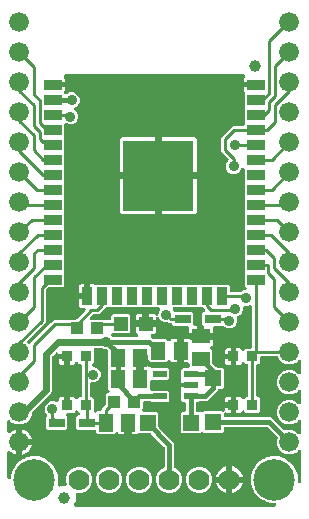
<source format=gbr>
G04 EAGLE Gerber RS-274X export*
G75*
%MOMM*%
%FSLAX34Y34*%
%LPD*%
%INTop Copper*%
%IPPOS*%
%AMOC8*
5,1,8,0,0,1.08239X$1,22.5*%
G01*
%ADD10R,1.240000X1.500000*%
%ADD11R,1.200000X0.550000*%
%ADD12R,1.500000X1.240000*%
%ADD13C,3.516000*%
%ADD14C,1.000000*%
%ADD15C,1.778000*%
%ADD16R,1.075000X1.000000*%
%ADD17R,1.350000X0.800000*%
%ADD18R,1.400000X1.400000*%
%ADD19R,0.900000X0.900000*%
%ADD20R,1.200000X1.200000*%
%ADD21R,1.500000X0.900000*%
%ADD22R,0.900000X1.500000*%
%ADD23R,6.000000X6.000000*%
%ADD24C,1.676400*%
%ADD25C,0.906400*%
%ADD26C,0.406400*%
%ADD27C,0.609600*%
%ADD28C,0.254000*%

G36*
X20956Y140516D02*
X20956Y140516D01*
X21104Y140519D01*
X21130Y140525D01*
X21156Y140527D01*
X21298Y140568D01*
X21442Y140604D01*
X21465Y140616D01*
X21491Y140623D01*
X21620Y140696D01*
X21752Y140763D01*
X21772Y140780D01*
X21795Y140793D01*
X21981Y140952D01*
X24478Y143449D01*
X39431Y158402D01*
X41812Y160783D01*
X60231Y160783D01*
X60357Y160797D01*
X60483Y160804D01*
X60529Y160817D01*
X60577Y160823D01*
X60696Y160865D01*
X60818Y160900D01*
X60860Y160924D01*
X60905Y160940D01*
X61012Y161009D01*
X61122Y161070D01*
X61168Y161110D01*
X61198Y161129D01*
X61232Y161164D01*
X61308Y161229D01*
X68318Y168239D01*
X68381Y168317D01*
X68450Y168390D01*
X68489Y168454D01*
X68535Y168512D01*
X68578Y168603D01*
X68629Y168689D01*
X68652Y168760D01*
X68684Y168827D01*
X68705Y168925D01*
X68735Y169021D01*
X68741Y169095D01*
X68757Y169168D01*
X68755Y169268D01*
X68763Y169368D01*
X68752Y169442D01*
X68751Y169516D01*
X68727Y169613D01*
X68712Y169713D01*
X68684Y169782D01*
X68666Y169854D01*
X68620Y169944D01*
X68583Y170037D01*
X68541Y170098D01*
X68506Y170164D01*
X68441Y170241D01*
X68384Y170323D01*
X68329Y170373D01*
X68281Y170429D01*
X68200Y170489D01*
X68125Y170556D01*
X68060Y170592D01*
X68000Y170637D01*
X67908Y170676D01*
X67820Y170725D01*
X67749Y170745D01*
X67680Y170775D01*
X67582Y170792D01*
X67485Y170820D01*
X67385Y170828D01*
X67337Y170836D01*
X67302Y170834D01*
X67241Y170839D01*
X65165Y170839D01*
X64519Y171012D01*
X63940Y171347D01*
X63467Y171820D01*
X63132Y172399D01*
X62959Y173045D01*
X62959Y178631D01*
X69274Y178631D01*
X69300Y178634D01*
X69326Y178632D01*
X69473Y178654D01*
X69620Y178671D01*
X69645Y178679D01*
X69671Y178683D01*
X69808Y178738D01*
X69948Y178788D01*
X69970Y178802D01*
X69995Y178812D01*
X70116Y178897D01*
X70241Y178977D01*
X70259Y178996D01*
X70281Y179011D01*
X70380Y179121D01*
X70483Y179228D01*
X70497Y179250D01*
X70514Y179270D01*
X70586Y179400D01*
X70662Y179527D01*
X70670Y179552D01*
X70683Y179575D01*
X70723Y179718D01*
X70768Y179859D01*
X70770Y179885D01*
X70777Y179910D01*
X70792Y180086D01*
X70925Y180106D01*
X71072Y180123D01*
X71097Y180132D01*
X71123Y180136D01*
X71261Y180190D01*
X71400Y180240D01*
X71422Y180255D01*
X71447Y180264D01*
X71568Y180349D01*
X71693Y180429D01*
X71711Y180448D01*
X71733Y180463D01*
X71832Y180573D01*
X71935Y180680D01*
X71949Y180703D01*
X71966Y180722D01*
X72038Y180852D01*
X72114Y180979D01*
X72122Y181004D01*
X72135Y181027D01*
X72175Y181170D01*
X72220Y181311D01*
X72222Y181337D01*
X72230Y181362D01*
X72249Y181606D01*
X72249Y190921D01*
X74835Y190921D01*
X75481Y190748D01*
X75871Y190522D01*
X75872Y190522D01*
X75873Y190521D01*
X76034Y190451D01*
X76191Y190384D01*
X76192Y190383D01*
X76194Y190383D01*
X76364Y190352D01*
X76534Y190321D01*
X76535Y190321D01*
X76537Y190321D01*
X76706Y190330D01*
X76882Y190339D01*
X76883Y190339D01*
X76885Y190339D01*
X77050Y190387D01*
X77140Y190413D01*
X88055Y190413D01*
X88130Y190357D01*
X88246Y190265D01*
X88270Y190254D01*
X88291Y190238D01*
X88427Y190180D01*
X88561Y190116D01*
X88587Y190111D01*
X88611Y190100D01*
X88757Y190074D01*
X88902Y190043D01*
X88928Y190043D01*
X88954Y190039D01*
X89102Y190046D01*
X89250Y190049D01*
X89276Y190055D01*
X89302Y190057D01*
X89444Y190098D01*
X89588Y190134D01*
X89611Y190146D01*
X89637Y190153D01*
X89766Y190226D01*
X89898Y190293D01*
X89918Y190310D01*
X89941Y190323D01*
X90046Y190413D01*
X100755Y190413D01*
X100830Y190357D01*
X100946Y190265D01*
X100970Y190254D01*
X100991Y190238D01*
X101127Y190180D01*
X101261Y190116D01*
X101287Y190111D01*
X101311Y190100D01*
X101457Y190074D01*
X101602Y190043D01*
X101628Y190043D01*
X101654Y190039D01*
X101802Y190046D01*
X101950Y190049D01*
X101976Y190055D01*
X102002Y190057D01*
X102144Y190098D01*
X102288Y190134D01*
X102311Y190146D01*
X102337Y190153D01*
X102466Y190226D01*
X102598Y190293D01*
X102618Y190310D01*
X102641Y190323D01*
X102746Y190413D01*
X113455Y190413D01*
X113530Y190357D01*
X113646Y190265D01*
X113670Y190254D01*
X113691Y190238D01*
X113827Y190180D01*
X113961Y190116D01*
X113987Y190111D01*
X114011Y190100D01*
X114157Y190074D01*
X114302Y190043D01*
X114328Y190043D01*
X114354Y190039D01*
X114502Y190046D01*
X114650Y190049D01*
X114676Y190055D01*
X114702Y190057D01*
X114844Y190098D01*
X114988Y190134D01*
X115011Y190146D01*
X115037Y190153D01*
X115166Y190226D01*
X115298Y190293D01*
X115318Y190310D01*
X115341Y190323D01*
X115446Y190413D01*
X126155Y190413D01*
X126230Y190357D01*
X126346Y190265D01*
X126370Y190254D01*
X126391Y190238D01*
X126527Y190180D01*
X126661Y190116D01*
X126687Y190111D01*
X126711Y190100D01*
X126857Y190074D01*
X127002Y190043D01*
X127028Y190043D01*
X127054Y190039D01*
X127202Y190046D01*
X127350Y190049D01*
X127376Y190055D01*
X127402Y190057D01*
X127544Y190098D01*
X127688Y190134D01*
X127711Y190146D01*
X127737Y190153D01*
X127866Y190226D01*
X127998Y190293D01*
X128018Y190310D01*
X128041Y190323D01*
X128146Y190413D01*
X138855Y190413D01*
X138930Y190357D01*
X139046Y190265D01*
X139070Y190254D01*
X139091Y190238D01*
X139227Y190180D01*
X139361Y190116D01*
X139387Y190111D01*
X139411Y190100D01*
X139557Y190074D01*
X139702Y190043D01*
X139728Y190043D01*
X139754Y190039D01*
X139902Y190046D01*
X140050Y190049D01*
X140076Y190055D01*
X140102Y190057D01*
X140244Y190098D01*
X140388Y190134D01*
X140411Y190146D01*
X140437Y190153D01*
X140566Y190226D01*
X140698Y190293D01*
X140718Y190310D01*
X140741Y190323D01*
X140846Y190413D01*
X151555Y190413D01*
X151630Y190357D01*
X151746Y190265D01*
X151770Y190254D01*
X151791Y190238D01*
X151927Y190180D01*
X152061Y190116D01*
X152087Y190111D01*
X152111Y190100D01*
X152257Y190074D01*
X152402Y190043D01*
X152428Y190043D01*
X152454Y190039D01*
X152602Y190046D01*
X152750Y190049D01*
X152776Y190055D01*
X152802Y190057D01*
X152944Y190098D01*
X153088Y190134D01*
X153111Y190146D01*
X153137Y190153D01*
X153266Y190226D01*
X153398Y190293D01*
X153418Y190310D01*
X153441Y190323D01*
X153546Y190413D01*
X164255Y190413D01*
X164330Y190357D01*
X164446Y190265D01*
X164470Y190254D01*
X164491Y190238D01*
X164627Y190180D01*
X164761Y190116D01*
X164787Y190111D01*
X164811Y190100D01*
X164957Y190074D01*
X165102Y190043D01*
X165128Y190043D01*
X165154Y190039D01*
X165302Y190046D01*
X165450Y190049D01*
X165476Y190055D01*
X165502Y190057D01*
X165644Y190098D01*
X165788Y190134D01*
X165811Y190146D01*
X165837Y190153D01*
X165966Y190226D01*
X166098Y190293D01*
X166118Y190310D01*
X166141Y190323D01*
X166246Y190413D01*
X176955Y190413D01*
X177030Y190357D01*
X177146Y190265D01*
X177170Y190254D01*
X177191Y190238D01*
X177327Y190180D01*
X177461Y190116D01*
X177487Y190111D01*
X177511Y190100D01*
X177657Y190074D01*
X177802Y190043D01*
X177828Y190043D01*
X177854Y190039D01*
X178002Y190046D01*
X178150Y190049D01*
X178176Y190055D01*
X178202Y190057D01*
X178344Y190098D01*
X178488Y190134D01*
X178511Y190146D01*
X178537Y190153D01*
X178666Y190226D01*
X178798Y190293D01*
X178818Y190310D01*
X178841Y190323D01*
X178946Y190413D01*
X189642Y190413D01*
X190833Y189222D01*
X190833Y185706D01*
X190836Y185680D01*
X190834Y185654D01*
X190856Y185507D01*
X190873Y185360D01*
X190881Y185335D01*
X190885Y185309D01*
X190940Y185171D01*
X190990Y185032D01*
X191004Y185010D01*
X191014Y184985D01*
X191099Y184864D01*
X191179Y184739D01*
X191198Y184721D01*
X191213Y184699D01*
X191323Y184600D01*
X191430Y184497D01*
X191452Y184483D01*
X191472Y184466D01*
X191602Y184394D01*
X191729Y184318D01*
X191754Y184310D01*
X191777Y184297D01*
X191920Y184257D01*
X192061Y184212D01*
X192087Y184210D01*
X192112Y184202D01*
X192356Y184183D01*
X199668Y184183D01*
X199793Y184197D01*
X199920Y184204D01*
X199966Y184217D01*
X200014Y184223D01*
X200133Y184265D01*
X200254Y184300D01*
X200297Y184324D01*
X200342Y184340D01*
X200448Y184409D01*
X200559Y184470D01*
X200605Y184510D01*
X200635Y184529D01*
X200668Y184564D01*
X200745Y184629D01*
X200751Y184635D01*
X203164Y185635D01*
X203593Y185635D01*
X203693Y185646D01*
X203793Y185648D01*
X203865Y185666D01*
X203939Y185675D01*
X204034Y185708D01*
X204131Y185733D01*
X204197Y185767D01*
X204267Y185792D01*
X204352Y185847D01*
X204441Y185893D01*
X204498Y185941D01*
X204560Y185981D01*
X204630Y186053D01*
X204707Y186118D01*
X204751Y186178D01*
X204802Y186232D01*
X204854Y186318D01*
X204914Y186399D01*
X204943Y186467D01*
X204981Y186531D01*
X205012Y186627D01*
X205052Y186719D01*
X205065Y186792D01*
X205087Y186863D01*
X205096Y186963D01*
X205113Y187062D01*
X205109Y187136D01*
X205115Y187210D01*
X205101Y187310D01*
X205095Y187410D01*
X205075Y187481D01*
X205064Y187555D01*
X205027Y187648D01*
X204999Y187745D01*
X204962Y187810D01*
X204935Y187879D01*
X204878Y187961D01*
X204829Y188049D01*
X204764Y188125D01*
X204736Y188165D01*
X204710Y188189D01*
X204670Y188235D01*
X203467Y189438D01*
X203467Y200135D01*
X203523Y200210D01*
X203615Y200326D01*
X203626Y200350D01*
X203642Y200371D01*
X203700Y200507D01*
X203764Y200641D01*
X203769Y200667D01*
X203780Y200691D01*
X203806Y200837D01*
X203837Y200982D01*
X203837Y201008D01*
X203841Y201034D01*
X203834Y201182D01*
X203831Y201330D01*
X203825Y201356D01*
X203823Y201382D01*
X203782Y201524D01*
X203746Y201668D01*
X203734Y201691D01*
X203727Y201717D01*
X203654Y201846D01*
X203587Y201978D01*
X203570Y201998D01*
X203557Y202021D01*
X203467Y202126D01*
X203467Y212835D01*
X203523Y212910D01*
X203615Y213026D01*
X203626Y213050D01*
X203642Y213071D01*
X203700Y213207D01*
X203764Y213341D01*
X203769Y213367D01*
X203780Y213391D01*
X203806Y213537D01*
X203837Y213682D01*
X203837Y213708D01*
X203841Y213734D01*
X203834Y213882D01*
X203831Y214030D01*
X203825Y214056D01*
X203823Y214082D01*
X203782Y214224D01*
X203746Y214368D01*
X203734Y214391D01*
X203727Y214417D01*
X203654Y214546D01*
X203587Y214678D01*
X203570Y214698D01*
X203557Y214721D01*
X203467Y214826D01*
X203467Y225535D01*
X203523Y225610D01*
X203615Y225726D01*
X203626Y225750D01*
X203642Y225771D01*
X203700Y225907D01*
X203764Y226041D01*
X203769Y226067D01*
X203780Y226091D01*
X203806Y226237D01*
X203837Y226382D01*
X203837Y226408D01*
X203841Y226434D01*
X203834Y226582D01*
X203831Y226730D01*
X203825Y226756D01*
X203823Y226782D01*
X203782Y226924D01*
X203746Y227068D01*
X203734Y227091D01*
X203727Y227117D01*
X203654Y227246D01*
X203587Y227378D01*
X203570Y227398D01*
X203557Y227421D01*
X203467Y227526D01*
X203467Y238235D01*
X203523Y238310D01*
X203615Y238426D01*
X203626Y238450D01*
X203642Y238471D01*
X203700Y238607D01*
X203764Y238741D01*
X203769Y238767D01*
X203780Y238791D01*
X203806Y238937D01*
X203837Y239082D01*
X203837Y239108D01*
X203841Y239134D01*
X203834Y239282D01*
X203831Y239430D01*
X203825Y239456D01*
X203823Y239482D01*
X203782Y239624D01*
X203746Y239768D01*
X203734Y239791D01*
X203727Y239817D01*
X203654Y239946D01*
X203587Y240078D01*
X203570Y240098D01*
X203557Y240121D01*
X203467Y240226D01*
X203467Y250935D01*
X203523Y251010D01*
X203615Y251126D01*
X203626Y251150D01*
X203642Y251171D01*
X203700Y251307D01*
X203764Y251441D01*
X203769Y251467D01*
X203780Y251491D01*
X203806Y251637D01*
X203837Y251782D01*
X203837Y251808D01*
X203841Y251834D01*
X203834Y251982D01*
X203831Y252130D01*
X203825Y252156D01*
X203823Y252182D01*
X203782Y252324D01*
X203746Y252468D01*
X203734Y252491D01*
X203727Y252517D01*
X203654Y252646D01*
X203587Y252778D01*
X203570Y252798D01*
X203557Y252821D01*
X203467Y252926D01*
X203467Y263635D01*
X203523Y263710D01*
X203615Y263826D01*
X203626Y263850D01*
X203642Y263871D01*
X203700Y264007D01*
X203764Y264141D01*
X203769Y264167D01*
X203780Y264191D01*
X203806Y264337D01*
X203837Y264482D01*
X203837Y264508D01*
X203841Y264534D01*
X203834Y264682D01*
X203831Y264830D01*
X203825Y264856D01*
X203823Y264882D01*
X203782Y265024D01*
X203746Y265168D01*
X203734Y265191D01*
X203727Y265217D01*
X203654Y265346D01*
X203587Y265478D01*
X203570Y265498D01*
X203557Y265521D01*
X203467Y265626D01*
X203467Y276335D01*
X203523Y276410D01*
X203615Y276526D01*
X203626Y276550D01*
X203642Y276571D01*
X203700Y276707D01*
X203764Y276841D01*
X203769Y276867D01*
X203780Y276891D01*
X203806Y277037D01*
X203837Y277182D01*
X203837Y277208D01*
X203841Y277234D01*
X203834Y277382D01*
X203831Y277530D01*
X203825Y277556D01*
X203823Y277582D01*
X203782Y277724D01*
X203746Y277868D01*
X203734Y277891D01*
X203727Y277917D01*
X203654Y278046D01*
X203587Y278178D01*
X203570Y278198D01*
X203557Y278221D01*
X203467Y278326D01*
X203467Y288125D01*
X203462Y288175D01*
X203464Y288226D01*
X203442Y288348D01*
X203427Y288471D01*
X203410Y288519D01*
X203401Y288568D01*
X203352Y288682D01*
X203310Y288800D01*
X203283Y288842D01*
X203263Y288888D01*
X203188Y288988D01*
X203121Y289092D01*
X203085Y289127D01*
X203055Y289168D01*
X202960Y289248D01*
X202870Y289335D01*
X202827Y289360D01*
X202789Y289393D01*
X202678Y289450D01*
X202571Y289513D01*
X202523Y289529D01*
X202478Y289552D01*
X202358Y289582D01*
X202239Y289620D01*
X202189Y289624D01*
X202140Y289636D01*
X202016Y289638D01*
X201892Y289648D01*
X201842Y289640D01*
X201792Y289641D01*
X201670Y289614D01*
X201547Y289596D01*
X201500Y289577D01*
X201451Y289567D01*
X201339Y289513D01*
X201223Y289467D01*
X201182Y289438D01*
X201136Y289417D01*
X201039Y289339D01*
X200937Y289268D01*
X200903Y289231D01*
X200864Y289199D01*
X200787Y289102D01*
X200704Y289009D01*
X200679Y288965D01*
X200648Y288926D01*
X200537Y288708D01*
X199875Y287111D01*
X198029Y285265D01*
X195616Y284265D01*
X193004Y284265D01*
X190591Y285265D01*
X188745Y287111D01*
X187745Y289524D01*
X187745Y292136D01*
X188745Y294549D01*
X189431Y295234D01*
X189447Y295255D01*
X189467Y295272D01*
X189555Y295391D01*
X189647Y295507D01*
X189658Y295531D01*
X189674Y295552D01*
X189733Y295688D01*
X189796Y295823D01*
X189802Y295848D01*
X189812Y295872D01*
X189838Y296018D01*
X189869Y296163D01*
X189869Y296189D01*
X189874Y296215D01*
X189866Y296364D01*
X189863Y296512D01*
X189857Y296537D01*
X189856Y296563D01*
X189815Y296706D01*
X189778Y296850D01*
X189766Y296873D01*
X189759Y296898D01*
X189687Y297027D01*
X189619Y297160D01*
X189602Y297180D01*
X189589Y297202D01*
X189431Y297389D01*
X183387Y303432D01*
X183387Y315058D01*
X193412Y325083D01*
X201944Y325083D01*
X201970Y325086D01*
X201996Y325084D01*
X202143Y325106D01*
X202290Y325123D01*
X202315Y325131D01*
X202341Y325135D01*
X202479Y325190D01*
X202618Y325240D01*
X202640Y325254D01*
X202665Y325264D01*
X202786Y325349D01*
X202911Y325429D01*
X202929Y325448D01*
X202951Y325463D01*
X203050Y325573D01*
X203153Y325680D01*
X203167Y325702D01*
X203184Y325722D01*
X203256Y325852D01*
X203332Y325979D01*
X203340Y326004D01*
X203353Y326027D01*
X203393Y326170D01*
X203438Y326311D01*
X203440Y326337D01*
X203448Y326362D01*
X203467Y326606D01*
X203467Y327135D01*
X203523Y327210D01*
X203615Y327326D01*
X203626Y327350D01*
X203642Y327371D01*
X203700Y327507D01*
X203764Y327641D01*
X203769Y327667D01*
X203780Y327691D01*
X203806Y327837D01*
X203837Y327982D01*
X203837Y328008D01*
X203841Y328034D01*
X203834Y328182D01*
X203831Y328330D01*
X203825Y328356D01*
X203823Y328382D01*
X203782Y328524D01*
X203746Y328668D01*
X203734Y328691D01*
X203727Y328717D01*
X203654Y328846D01*
X203587Y328978D01*
X203570Y328998D01*
X203557Y329021D01*
X203467Y329126D01*
X203467Y339835D01*
X203523Y339910D01*
X203615Y340026D01*
X203626Y340050D01*
X203642Y340071D01*
X203700Y340207D01*
X203764Y340341D01*
X203769Y340367D01*
X203780Y340391D01*
X203806Y340537D01*
X203837Y340682D01*
X203837Y340708D01*
X203841Y340734D01*
X203834Y340882D01*
X203831Y341030D01*
X203825Y341056D01*
X203823Y341082D01*
X203782Y341224D01*
X203746Y341368D01*
X203734Y341391D01*
X203727Y341417D01*
X203655Y341546D01*
X203587Y341678D01*
X203570Y341698D01*
X203557Y341721D01*
X203467Y341826D01*
X203467Y352729D01*
X203481Y352758D01*
X203481Y352760D01*
X203482Y352761D01*
X203517Y352923D01*
X203555Y353099D01*
X203555Y353100D01*
X203555Y353102D01*
X203552Y353275D01*
X203549Y353447D01*
X203548Y353449D01*
X203548Y353450D01*
X203505Y353621D01*
X203464Y353785D01*
X203463Y353787D01*
X203463Y353788D01*
X203358Y354009D01*
X203132Y354399D01*
X202959Y355045D01*
X202959Y357631D01*
X212274Y357631D01*
X212300Y357634D01*
X212326Y357632D01*
X212473Y357654D01*
X212620Y357671D01*
X212645Y357679D01*
X212671Y357683D01*
X212808Y357738D01*
X212948Y357788D01*
X212970Y357802D01*
X212995Y357812D01*
X213116Y357897D01*
X213241Y357977D01*
X213259Y357996D01*
X213281Y358011D01*
X213380Y358121D01*
X213483Y358228D01*
X213497Y358250D01*
X213514Y358270D01*
X213586Y358400D01*
X213662Y358527D01*
X213670Y358552D01*
X213683Y358575D01*
X213723Y358718D01*
X213768Y358859D01*
X213770Y358885D01*
X213777Y358910D01*
X213797Y359154D01*
X213797Y360606D01*
X213794Y360632D01*
X213796Y360658D01*
X213774Y360805D01*
X213757Y360952D01*
X213748Y360977D01*
X213744Y361003D01*
X213690Y361141D01*
X213640Y361280D01*
X213625Y361302D01*
X213616Y361327D01*
X213531Y361448D01*
X213451Y361573D01*
X213432Y361591D01*
X213417Y361613D01*
X213307Y361712D01*
X213200Y361815D01*
X213177Y361829D01*
X213158Y361846D01*
X213028Y361918D01*
X212901Y361994D01*
X212876Y362002D01*
X212853Y362015D01*
X212710Y362055D01*
X212569Y362100D01*
X212543Y362102D01*
X212518Y362110D01*
X212274Y362129D01*
X202959Y362129D01*
X202959Y364715D01*
X203132Y365361D01*
X203467Y365940D01*
X203480Y365953D01*
X203542Y366031D01*
X203612Y366104D01*
X203650Y366168D01*
X203696Y366226D01*
X203739Y366317D01*
X203791Y366403D01*
X203813Y366474D01*
X203845Y366541D01*
X203866Y366639D01*
X203897Y366735D01*
X203903Y366809D01*
X203919Y366882D01*
X203917Y366982D01*
X203925Y367082D01*
X203914Y367156D01*
X203913Y367230D01*
X203888Y367327D01*
X203873Y367427D01*
X203846Y367496D01*
X203828Y367568D01*
X203782Y367658D01*
X203745Y367751D01*
X203702Y367812D01*
X203668Y367878D01*
X203603Y367955D01*
X203546Y368037D01*
X203491Y368087D01*
X203442Y368143D01*
X203361Y368203D01*
X203287Y368270D01*
X203222Y368306D01*
X203162Y368351D01*
X203070Y368390D01*
X202982Y368439D01*
X202910Y368459D01*
X202842Y368489D01*
X202743Y368506D01*
X202646Y368534D01*
X202546Y368542D01*
X202499Y368550D01*
X202463Y368548D01*
X202403Y368553D01*
X51597Y368553D01*
X51497Y368542D01*
X51397Y368540D01*
X51325Y368522D01*
X51251Y368513D01*
X51157Y368480D01*
X51059Y368455D01*
X50993Y368421D01*
X50923Y368396D01*
X50839Y368341D01*
X50749Y368295D01*
X50693Y368247D01*
X50630Y368207D01*
X50560Y368135D01*
X50484Y368070D01*
X50440Y368010D01*
X50388Y367956D01*
X50336Y367870D01*
X50277Y367789D01*
X50247Y367721D01*
X50209Y367657D01*
X50179Y367561D01*
X50139Y367469D01*
X50126Y367396D01*
X50103Y367325D01*
X50095Y367225D01*
X50077Y367126D01*
X50081Y367052D01*
X50075Y366978D01*
X50090Y366878D01*
X50095Y366778D01*
X50116Y366707D01*
X50127Y366633D01*
X50164Y366540D01*
X50192Y366443D01*
X50228Y366378D01*
X50255Y366309D01*
X50313Y366227D01*
X50362Y366139D01*
X50427Y366063D01*
X50454Y366023D01*
X50481Y365999D01*
X50520Y365953D01*
X50533Y365940D01*
X50868Y365361D01*
X51041Y364715D01*
X51041Y362129D01*
X41726Y362129D01*
X41700Y362126D01*
X41674Y362128D01*
X41527Y362106D01*
X41380Y362089D01*
X41355Y362081D01*
X41329Y362077D01*
X41192Y362022D01*
X41052Y361972D01*
X41030Y361958D01*
X41005Y361948D01*
X40884Y361863D01*
X40759Y361783D01*
X40741Y361764D01*
X40719Y361749D01*
X40620Y361639D01*
X40517Y361532D01*
X40503Y361510D01*
X40486Y361490D01*
X40414Y361360D01*
X40338Y361233D01*
X40330Y361208D01*
X40317Y361185D01*
X40277Y361042D01*
X40232Y360901D01*
X40230Y360875D01*
X40223Y360850D01*
X40203Y360606D01*
X40203Y359154D01*
X40206Y359128D01*
X40204Y359102D01*
X40226Y358955D01*
X40243Y358808D01*
X40252Y358783D01*
X40256Y358757D01*
X40310Y358619D01*
X40360Y358480D01*
X40375Y358458D01*
X40384Y358433D01*
X40469Y358312D01*
X40549Y358187D01*
X40568Y358169D01*
X40583Y358147D01*
X40693Y358048D01*
X40800Y357945D01*
X40823Y357931D01*
X40842Y357914D01*
X40972Y357842D01*
X41099Y357766D01*
X41124Y357758D01*
X41147Y357745D01*
X41290Y357705D01*
X41431Y357660D01*
X41457Y357657D01*
X41482Y357650D01*
X41726Y357631D01*
X51041Y357631D01*
X51041Y355045D01*
X50868Y354399D01*
X50642Y354009D01*
X50642Y354008D01*
X50641Y354007D01*
X50571Y353846D01*
X50504Y353689D01*
X50503Y353688D01*
X50503Y353686D01*
X50472Y353514D01*
X50441Y353346D01*
X50441Y353345D01*
X50441Y353343D01*
X50450Y353171D01*
X50459Y352998D01*
X50459Y352997D01*
X50459Y352995D01*
X50507Y352830D01*
X50555Y352663D01*
X50555Y352662D01*
X50556Y352661D01*
X50626Y352535D01*
X50631Y352516D01*
X50665Y352450D01*
X50690Y352380D01*
X50745Y352295D01*
X50791Y352206D01*
X50839Y352149D01*
X50879Y352087D01*
X50951Y352017D01*
X51016Y351941D01*
X51076Y351897D01*
X51130Y351845D01*
X51216Y351793D01*
X51297Y351734D01*
X51365Y351704D01*
X51429Y351666D01*
X51524Y351635D01*
X51617Y351596D01*
X51690Y351582D01*
X51761Y351560D01*
X51861Y351552D01*
X51960Y351534D01*
X52034Y351538D01*
X52108Y351532D01*
X52207Y351547D01*
X52308Y351552D01*
X52379Y351572D01*
X52453Y351583D01*
X52546Y351621D01*
X52643Y351648D01*
X52708Y351685D01*
X52777Y351712D01*
X52859Y351769D01*
X52947Y351819D01*
X53023Y351884D01*
X53063Y351911D01*
X53087Y351938D01*
X53133Y351977D01*
X53431Y352275D01*
X55844Y353275D01*
X58456Y353275D01*
X60869Y352275D01*
X62715Y350429D01*
X63715Y348016D01*
X63715Y345404D01*
X62715Y342991D01*
X60869Y341145D01*
X60069Y340813D01*
X59938Y340740D01*
X59804Y340672D01*
X59786Y340656D01*
X59764Y340644D01*
X59653Y340543D01*
X59539Y340446D01*
X59524Y340426D01*
X59506Y340410D01*
X59421Y340286D01*
X59331Y340165D01*
X59322Y340143D01*
X59308Y340123D01*
X59253Y339983D01*
X59193Y339845D01*
X59189Y339822D01*
X59180Y339799D01*
X59158Y339650D01*
X59132Y339502D01*
X59133Y339478D01*
X59129Y339454D01*
X59142Y339304D01*
X59150Y339154D01*
X59156Y339131D01*
X59158Y339107D01*
X59205Y338964D01*
X59246Y338819D01*
X59258Y338798D01*
X59265Y338775D01*
X59343Y338647D01*
X59416Y338515D01*
X59435Y338493D01*
X59445Y338477D01*
X59478Y338443D01*
X59575Y338329D01*
X61445Y336459D01*
X62445Y334046D01*
X62445Y331434D01*
X61445Y329021D01*
X59599Y327175D01*
X57186Y326175D01*
X54574Y326175D01*
X52639Y326977D01*
X52494Y327018D01*
X52351Y327064D01*
X52327Y327066D01*
X52304Y327073D01*
X52153Y327080D01*
X52004Y327092D01*
X51980Y327088D01*
X51956Y327090D01*
X51808Y327063D01*
X51659Y327040D01*
X51637Y327031D01*
X51613Y327027D01*
X51475Y326967D01*
X51335Y326912D01*
X51315Y326898D01*
X51293Y326888D01*
X51172Y326798D01*
X51049Y326713D01*
X51033Y326695D01*
X51013Y326680D01*
X50916Y326565D01*
X50816Y326454D01*
X50804Y326433D01*
X50788Y326414D01*
X50720Y326281D01*
X50647Y326149D01*
X50641Y326125D01*
X50630Y326104D01*
X50593Y325958D01*
X50552Y325813D01*
X50550Y325784D01*
X50545Y325766D01*
X50545Y325719D01*
X50533Y325570D01*
X50533Y316425D01*
X50477Y316350D01*
X50385Y316234D01*
X50374Y316210D01*
X50358Y316189D01*
X50300Y316053D01*
X50236Y315919D01*
X50231Y315893D01*
X50220Y315869D01*
X50194Y315723D01*
X50163Y315578D01*
X50163Y315552D01*
X50159Y315526D01*
X50166Y315378D01*
X50169Y315230D01*
X50175Y315204D01*
X50177Y315178D01*
X50218Y315036D01*
X50254Y314892D01*
X50266Y314869D01*
X50273Y314843D01*
X50346Y314714D01*
X50413Y314582D01*
X50430Y314562D01*
X50443Y314539D01*
X50533Y314434D01*
X50533Y303725D01*
X50477Y303650D01*
X50385Y303534D01*
X50374Y303510D01*
X50358Y303489D01*
X50300Y303353D01*
X50236Y303219D01*
X50231Y303193D01*
X50220Y303169D01*
X50194Y303023D01*
X50163Y302878D01*
X50163Y302852D01*
X50159Y302826D01*
X50166Y302678D01*
X50169Y302530D01*
X50175Y302504D01*
X50177Y302478D01*
X50218Y302336D01*
X50254Y302192D01*
X50266Y302169D01*
X50273Y302143D01*
X50346Y302014D01*
X50413Y301882D01*
X50430Y301862D01*
X50443Y301839D01*
X50533Y301734D01*
X50533Y291025D01*
X50477Y290950D01*
X50385Y290834D01*
X50374Y290810D01*
X50358Y290789D01*
X50300Y290653D01*
X50236Y290519D01*
X50231Y290493D01*
X50220Y290469D01*
X50194Y290323D01*
X50163Y290178D01*
X50163Y290152D01*
X50159Y290126D01*
X50166Y289978D01*
X50169Y289830D01*
X50175Y289804D01*
X50177Y289778D01*
X50218Y289636D01*
X50254Y289492D01*
X50266Y289469D01*
X50273Y289443D01*
X50346Y289314D01*
X50413Y289182D01*
X50430Y289162D01*
X50443Y289139D01*
X50533Y289034D01*
X50533Y278325D01*
X50477Y278250D01*
X50385Y278134D01*
X50374Y278110D01*
X50358Y278089D01*
X50300Y277953D01*
X50236Y277819D01*
X50231Y277793D01*
X50220Y277769D01*
X50194Y277623D01*
X50163Y277478D01*
X50163Y277452D01*
X50159Y277426D01*
X50166Y277278D01*
X50169Y277130D01*
X50175Y277104D01*
X50177Y277078D01*
X50218Y276936D01*
X50254Y276792D01*
X50266Y276769D01*
X50273Y276743D01*
X50346Y276614D01*
X50413Y276482D01*
X50430Y276462D01*
X50443Y276439D01*
X50533Y276334D01*
X50533Y265625D01*
X50477Y265550D01*
X50385Y265434D01*
X50374Y265410D01*
X50358Y265389D01*
X50300Y265253D01*
X50236Y265119D01*
X50231Y265093D01*
X50220Y265069D01*
X50194Y264923D01*
X50163Y264778D01*
X50163Y264752D01*
X50159Y264726D01*
X50166Y264578D01*
X50169Y264430D01*
X50175Y264404D01*
X50177Y264378D01*
X50218Y264236D01*
X50254Y264092D01*
X50266Y264069D01*
X50273Y264043D01*
X50346Y263914D01*
X50413Y263782D01*
X50430Y263762D01*
X50443Y263739D01*
X50533Y263634D01*
X50533Y252925D01*
X50477Y252850D01*
X50385Y252734D01*
X50374Y252710D01*
X50358Y252689D01*
X50300Y252553D01*
X50236Y252419D01*
X50231Y252393D01*
X50220Y252369D01*
X50194Y252223D01*
X50163Y252078D01*
X50163Y252052D01*
X50159Y252026D01*
X50166Y251878D01*
X50169Y251730D01*
X50175Y251704D01*
X50177Y251678D01*
X50218Y251536D01*
X50254Y251392D01*
X50266Y251369D01*
X50273Y251343D01*
X50346Y251214D01*
X50413Y251082D01*
X50430Y251062D01*
X50443Y251039D01*
X50533Y250934D01*
X50533Y240225D01*
X50477Y240150D01*
X50385Y240034D01*
X50374Y240010D01*
X50358Y239989D01*
X50300Y239853D01*
X50236Y239719D01*
X50231Y239693D01*
X50220Y239669D01*
X50194Y239523D01*
X50163Y239378D01*
X50163Y239352D01*
X50159Y239326D01*
X50166Y239178D01*
X50169Y239030D01*
X50175Y239004D01*
X50177Y238978D01*
X50218Y238836D01*
X50254Y238692D01*
X50266Y238669D01*
X50273Y238643D01*
X50346Y238514D01*
X50413Y238382D01*
X50430Y238362D01*
X50443Y238339D01*
X50533Y238234D01*
X50533Y227525D01*
X50477Y227450D01*
X50385Y227334D01*
X50374Y227310D01*
X50358Y227289D01*
X50300Y227153D01*
X50236Y227019D01*
X50231Y226993D01*
X50220Y226969D01*
X50194Y226823D01*
X50163Y226678D01*
X50163Y226652D01*
X50159Y226626D01*
X50166Y226478D01*
X50169Y226330D01*
X50175Y226304D01*
X50177Y226278D01*
X50218Y226136D01*
X50254Y225992D01*
X50266Y225969D01*
X50273Y225943D01*
X50346Y225814D01*
X50413Y225682D01*
X50430Y225662D01*
X50443Y225639D01*
X50533Y225534D01*
X50533Y214825D01*
X50477Y214750D01*
X50385Y214634D01*
X50374Y214610D01*
X50358Y214589D01*
X50300Y214453D01*
X50236Y214319D01*
X50231Y214293D01*
X50220Y214269D01*
X50194Y214123D01*
X50163Y213978D01*
X50163Y213952D01*
X50159Y213926D01*
X50166Y213778D01*
X50169Y213630D01*
X50175Y213604D01*
X50177Y213578D01*
X50218Y213436D01*
X50254Y213292D01*
X50266Y213269D01*
X50273Y213243D01*
X50346Y213114D01*
X50413Y212982D01*
X50430Y212962D01*
X50443Y212939D01*
X50533Y212834D01*
X50533Y202125D01*
X50477Y202050D01*
X50385Y201934D01*
X50374Y201910D01*
X50358Y201889D01*
X50300Y201753D01*
X50236Y201619D01*
X50231Y201593D01*
X50220Y201569D01*
X50194Y201423D01*
X50163Y201278D01*
X50163Y201252D01*
X50159Y201226D01*
X50166Y201078D01*
X50169Y200930D01*
X50175Y200904D01*
X50177Y200878D01*
X50218Y200736D01*
X50254Y200592D01*
X50266Y200569D01*
X50273Y200543D01*
X50346Y200414D01*
X50413Y200282D01*
X50430Y200262D01*
X50443Y200239D01*
X50533Y200134D01*
X50533Y189438D01*
X49342Y188247D01*
X37339Y188247D01*
X37213Y188233D01*
X37087Y188226D01*
X37041Y188213D01*
X36993Y188207D01*
X36874Y188165D01*
X36752Y188130D01*
X36710Y188106D01*
X36665Y188090D01*
X36558Y188021D01*
X36448Y187960D01*
X36402Y187920D01*
X36372Y187901D01*
X36338Y187866D01*
X36262Y187801D01*
X35499Y187038D01*
X35420Y186939D01*
X35336Y186845D01*
X35312Y186803D01*
X35282Y186765D01*
X35228Y186651D01*
X35167Y186540D01*
X35154Y186494D01*
X35133Y186450D01*
X35107Y186327D01*
X35072Y186205D01*
X35067Y186144D01*
X35060Y186109D01*
X35061Y186061D01*
X35053Y185961D01*
X35053Y158652D01*
X19667Y143266D01*
X19651Y143246D01*
X19631Y143229D01*
X19542Y143109D01*
X19450Y142993D01*
X19439Y142969D01*
X19423Y142948D01*
X19365Y142812D01*
X19301Y142678D01*
X19296Y142652D01*
X19285Y142628D01*
X19259Y142482D01*
X19228Y142337D01*
X19228Y142311D01*
X19224Y142285D01*
X19231Y142137D01*
X19234Y141989D01*
X19240Y141963D01*
X19242Y141937D01*
X19283Y141795D01*
X19319Y141651D01*
X19331Y141627D01*
X19338Y141602D01*
X19410Y141473D01*
X19478Y141341D01*
X19495Y141321D01*
X19508Y141298D01*
X19667Y141112D01*
X19827Y140952D01*
X19847Y140935D01*
X19864Y140916D01*
X19984Y140827D01*
X20100Y140735D01*
X20124Y140724D01*
X20145Y140708D01*
X20281Y140650D01*
X20415Y140586D01*
X20441Y140581D01*
X20465Y140570D01*
X20611Y140544D01*
X20756Y140513D01*
X20782Y140513D01*
X20808Y140509D01*
X20956Y140516D01*
G37*
G36*
X228642Y2546D02*
X228642Y2546D01*
X228719Y2545D01*
X228769Y2549D01*
X228803Y2556D01*
X228839Y2556D01*
X228930Y2579D01*
X228946Y2581D01*
X228964Y2587D01*
X228974Y2589D01*
X229111Y2616D01*
X229143Y2631D01*
X229177Y2639D01*
X229301Y2702D01*
X229429Y2759D01*
X229457Y2781D01*
X229488Y2796D01*
X229595Y2886D01*
X229706Y2970D01*
X229728Y2998D01*
X229755Y3020D01*
X229839Y3132D01*
X229927Y3239D01*
X229943Y3271D01*
X229964Y3299D01*
X230020Y3427D01*
X230082Y3551D01*
X230090Y3586D01*
X230105Y3618D01*
X230130Y3755D01*
X230162Y3891D01*
X230162Y3926D01*
X230169Y3961D01*
X230163Y4100D01*
X230163Y4239D01*
X230155Y4274D01*
X230153Y4309D01*
X230116Y4443D01*
X230084Y4579D01*
X230069Y4610D01*
X230059Y4644D01*
X229992Y4767D01*
X229931Y4892D01*
X229908Y4919D01*
X229891Y4950D01*
X229798Y5054D01*
X229710Y5161D01*
X229682Y5183D01*
X229658Y5209D01*
X229544Y5289D01*
X229434Y5374D01*
X229401Y5388D01*
X229373Y5408D01*
X229243Y5460D01*
X229116Y5518D01*
X229082Y5525D01*
X229049Y5538D01*
X228809Y5583D01*
X226942Y5779D01*
X226893Y5778D01*
X226783Y5787D01*
X224699Y5787D01*
X224167Y6008D01*
X224074Y6034D01*
X223984Y6070D01*
X223879Y6090D01*
X223832Y6103D01*
X223799Y6105D01*
X223743Y6115D01*
X222380Y6258D01*
X219468Y7940D01*
X219426Y7958D01*
X219290Y8028D01*
X217490Y8773D01*
X216902Y9361D01*
X216842Y9409D01*
X216788Y9465D01*
X216666Y9549D01*
X216629Y9578D01*
X216611Y9586D01*
X216586Y9604D01*
X215133Y10443D01*
X213376Y12861D01*
X213368Y12870D01*
X213220Y13043D01*
X211973Y14290D01*
X211559Y15290D01*
X211531Y15340D01*
X211512Y15394D01*
X211481Y15444D01*
X211479Y15447D01*
X211473Y15456D01*
X211399Y15579D01*
X211390Y15595D01*
X211387Y15597D01*
X211384Y15602D01*
X210213Y17214D01*
X209664Y19798D01*
X209658Y19815D01*
X209656Y19832D01*
X209581Y20065D01*
X208987Y21499D01*
X208987Y22822D01*
X208983Y22859D01*
X208985Y22896D01*
X208954Y23139D01*
X208473Y25400D01*
X208954Y27661D01*
X208958Y27698D01*
X208968Y27734D01*
X208987Y27978D01*
X208987Y29301D01*
X209581Y30735D01*
X209586Y30752D01*
X209594Y30767D01*
X209664Y31002D01*
X210213Y33586D01*
X211384Y35198D01*
X211412Y35247D01*
X211448Y35292D01*
X211546Y35485D01*
X211555Y35501D01*
X211556Y35505D01*
X211559Y35510D01*
X211973Y36510D01*
X213220Y37757D01*
X213227Y37766D01*
X213376Y37939D01*
X215133Y40357D01*
X216586Y41196D01*
X216648Y41242D01*
X216716Y41280D01*
X216828Y41376D01*
X216866Y41404D01*
X216879Y41419D01*
X216902Y41439D01*
X217490Y42027D01*
X219290Y42772D01*
X219330Y42795D01*
X219468Y42860D01*
X222380Y44542D01*
X223743Y44685D01*
X223838Y44706D01*
X223934Y44717D01*
X224036Y44750D01*
X224084Y44761D01*
X224114Y44775D01*
X224167Y44792D01*
X224699Y45013D01*
X226783Y45013D01*
X226832Y45018D01*
X226942Y45021D01*
X230704Y45416D01*
X231717Y45087D01*
X231831Y45064D01*
X231944Y45032D01*
X232018Y45026D01*
X232058Y45018D01*
X232103Y45020D01*
X232188Y45013D01*
X232501Y45013D01*
X234465Y44199D01*
X234506Y44188D01*
X234577Y44158D01*
X238663Y42830D01*
X239230Y42320D01*
X239341Y42241D01*
X239448Y42156D01*
X239490Y42135D01*
X239514Y42118D01*
X239560Y42099D01*
X239666Y42045D01*
X239710Y42027D01*
X241075Y40661D01*
X241099Y40642D01*
X241133Y40607D01*
X244883Y37230D01*
X245070Y36810D01*
X245150Y36675D01*
X245184Y36614D01*
X245530Y35778D01*
X245538Y35764D01*
X245546Y35741D01*
X248287Y29585D01*
X248287Y23800D01*
X248300Y23686D01*
X248304Y23572D01*
X248320Y23514D01*
X248327Y23454D01*
X248365Y23346D01*
X248396Y23235D01*
X248424Y23183D01*
X248444Y23126D01*
X248507Y23030D01*
X248561Y22929D01*
X248601Y22884D01*
X248633Y22833D01*
X248716Y22754D01*
X248792Y22667D01*
X248841Y22633D01*
X248884Y22591D01*
X248982Y22532D01*
X249076Y22466D01*
X249132Y22443D01*
X249183Y22412D01*
X249292Y22377D01*
X249399Y22334D01*
X249458Y22324D01*
X249515Y22306D01*
X249629Y22297D01*
X249743Y22279D01*
X249803Y22283D01*
X249862Y22278D01*
X249976Y22295D01*
X250090Y22303D01*
X250148Y22321D01*
X250207Y22330D01*
X250314Y22372D01*
X250423Y22406D01*
X250475Y22436D01*
X250531Y22458D01*
X250625Y22524D01*
X250724Y22582D01*
X250768Y22623D01*
X250817Y22657D01*
X250894Y22742D01*
X250977Y22822D01*
X251010Y22872D01*
X251050Y22916D01*
X251106Y23017D01*
X251169Y23112D01*
X251190Y23169D01*
X251219Y23221D01*
X251250Y23332D01*
X251290Y23439D01*
X251302Y23516D01*
X251314Y23557D01*
X251319Y23619D01*
X251329Y23681D01*
X251455Y25280D01*
X251453Y25323D01*
X251459Y25400D01*
X251459Y48903D01*
X251448Y49003D01*
X251446Y49103D01*
X251428Y49176D01*
X251419Y49249D01*
X251386Y49344D01*
X251361Y49441D01*
X251327Y49507D01*
X251302Y49577D01*
X251247Y49662D01*
X251201Y49751D01*
X251153Y49808D01*
X251113Y49870D01*
X251041Y49940D01*
X250976Y50017D01*
X250916Y50061D01*
X250862Y50112D01*
X250776Y50164D01*
X250695Y50224D01*
X250627Y50253D01*
X250563Y50291D01*
X250467Y50322D01*
X250375Y50362D01*
X250302Y50375D01*
X250231Y50398D01*
X250131Y50406D01*
X250032Y50423D01*
X249958Y50420D01*
X249884Y50426D01*
X249784Y50411D01*
X249684Y50405D01*
X249613Y50385D01*
X249539Y50374D01*
X249446Y50337D01*
X249349Y50309D01*
X249284Y50273D01*
X249215Y50245D01*
X249133Y50188D01*
X249045Y50139D01*
X248969Y50074D01*
X248929Y50046D01*
X248905Y50020D01*
X248859Y49980D01*
X247199Y48321D01*
X243372Y46735D01*
X239228Y46735D01*
X235400Y48321D01*
X232471Y51250D01*
X230885Y55078D01*
X230885Y59222D01*
X231256Y60116D01*
X231277Y60190D01*
X231307Y60260D01*
X231324Y60356D01*
X231351Y60451D01*
X231355Y60527D01*
X231369Y60603D01*
X231364Y60701D01*
X231368Y60799D01*
X231355Y60874D01*
X231351Y60951D01*
X231324Y61045D01*
X231306Y61142D01*
X231275Y61212D01*
X231254Y61286D01*
X231206Y61372D01*
X231167Y61462D01*
X231121Y61523D01*
X231084Y61590D01*
X230987Y61704D01*
X230959Y61741D01*
X230944Y61754D01*
X230926Y61776D01*
X223002Y69699D01*
X222903Y69778D01*
X222810Y69862D01*
X222767Y69886D01*
X222729Y69916D01*
X222615Y69970D01*
X222505Y70031D01*
X222458Y70044D01*
X222414Y70065D01*
X222291Y70091D01*
X222169Y70126D01*
X222108Y70131D01*
X222074Y70138D01*
X222026Y70137D01*
X221925Y70145D01*
X187086Y70145D01*
X187060Y70142D01*
X187034Y70144D01*
X186887Y70122D01*
X186740Y70105D01*
X186715Y70097D01*
X186689Y70093D01*
X186551Y70038D01*
X186412Y69988D01*
X186390Y69974D01*
X186365Y69964D01*
X186244Y69879D01*
X186119Y69799D01*
X186101Y69780D01*
X186079Y69765D01*
X185980Y69655D01*
X185877Y69548D01*
X185863Y69526D01*
X185846Y69506D01*
X185774Y69376D01*
X185698Y69249D01*
X185690Y69224D01*
X185677Y69201D01*
X185637Y69058D01*
X185592Y68917D01*
X185590Y68891D01*
X185582Y68866D01*
X185563Y68622D01*
X185563Y66368D01*
X184372Y65177D01*
X168686Y65177D01*
X168680Y65184D01*
X168560Y65273D01*
X168444Y65365D01*
X168420Y65376D01*
X168399Y65392D01*
X168263Y65450D01*
X168129Y65514D01*
X168103Y65519D01*
X168079Y65530D01*
X167933Y65556D01*
X167788Y65587D01*
X167762Y65587D01*
X167736Y65591D01*
X167588Y65584D01*
X167440Y65581D01*
X167414Y65575D01*
X167388Y65573D01*
X167246Y65532D01*
X167102Y65496D01*
X167078Y65484D01*
X167053Y65477D01*
X166924Y65405D01*
X166792Y65336D01*
X166772Y65319D01*
X166749Y65307D01*
X166563Y65148D01*
X166042Y64627D01*
X150358Y64627D01*
X149167Y65818D01*
X149167Y81502D01*
X150358Y82693D01*
X152193Y82693D01*
X152219Y82696D01*
X152245Y82694D01*
X152392Y82716D01*
X152539Y82733D01*
X152564Y82741D01*
X152590Y82745D01*
X152728Y82800D01*
X152867Y82850D01*
X152889Y82864D01*
X152914Y82874D01*
X153035Y82959D01*
X153160Y83039D01*
X153178Y83058D01*
X153200Y83073D01*
X153299Y83183D01*
X153402Y83290D01*
X153416Y83312D01*
X153433Y83332D01*
X153505Y83462D01*
X153581Y83589D01*
X153589Y83614D01*
X153602Y83637D01*
X153642Y83780D01*
X153687Y83921D01*
X153689Y83947D01*
X153697Y83972D01*
X153716Y84216D01*
X153716Y89604D01*
X153713Y89630D01*
X153715Y89656D01*
X153693Y89803D01*
X153676Y89950D01*
X153668Y89975D01*
X153664Y90001D01*
X153609Y90139D01*
X153559Y90278D01*
X153545Y90300D01*
X153535Y90325D01*
X153450Y90446D01*
X153370Y90571D01*
X153351Y90589D01*
X153336Y90611D01*
X153226Y90710D01*
X153119Y90813D01*
X153097Y90827D01*
X153077Y90844D01*
X152947Y90916D01*
X152820Y90992D01*
X152795Y91000D01*
X152772Y91013D01*
X152629Y91053D01*
X152488Y91098D01*
X152462Y91100D01*
X152437Y91108D01*
X152193Y91127D01*
X150939Y91127D01*
X149748Y92318D01*
X149748Y99586D01*
X149799Y99693D01*
X149872Y99848D01*
X149872Y99850D01*
X149873Y99851D01*
X149907Y100009D01*
X149945Y100189D01*
X149945Y100190D01*
X149946Y100192D01*
X149942Y100367D01*
X149939Y100537D01*
X149939Y100539D01*
X149939Y100540D01*
X149897Y100706D01*
X149854Y100875D01*
X149854Y100877D01*
X149853Y100878D01*
X149749Y101099D01*
X149413Y101679D01*
X149240Y102325D01*
X149240Y103887D01*
X157781Y103887D01*
X157807Y103890D01*
X157833Y103887D01*
X157980Y103909D01*
X158127Y103926D01*
X158152Y103935D01*
X158178Y103939D01*
X158315Y103994D01*
X158455Y104044D01*
X158477Y104058D01*
X158501Y104068D01*
X158623Y104152D01*
X158748Y104233D01*
X158766Y104252D01*
X158788Y104267D01*
X158887Y104377D01*
X158990Y104484D01*
X159003Y104506D01*
X159021Y104526D01*
X159093Y104656D01*
X159169Y104783D01*
X159177Y104808D01*
X159190Y104831D01*
X159230Y104974D01*
X159275Y105115D01*
X159277Y105141D01*
X159284Y105166D01*
X159304Y105410D01*
X159301Y105436D01*
X159303Y105462D01*
X159281Y105609D01*
X159264Y105756D01*
X159255Y105781D01*
X159251Y105807D01*
X159197Y105945D01*
X159147Y106084D01*
X159132Y106107D01*
X159123Y106131D01*
X159038Y106252D01*
X158958Y106377D01*
X158939Y106396D01*
X158924Y106417D01*
X158814Y106516D01*
X158707Y106619D01*
X158684Y106633D01*
X158665Y106650D01*
X158535Y106722D01*
X158408Y106798D01*
X158383Y106806D01*
X158360Y106819D01*
X158217Y106859D01*
X158076Y106905D01*
X158050Y106907D01*
X158024Y106914D01*
X157781Y106933D01*
X149240Y106933D01*
X149240Y108495D01*
X149413Y109141D01*
X149749Y109721D01*
X149749Y109722D01*
X149750Y109724D01*
X149818Y109881D01*
X149887Y110041D01*
X149887Y110042D01*
X149888Y110044D01*
X149916Y110198D01*
X149949Y110384D01*
X149949Y110385D01*
X149950Y110387D01*
X149941Y110561D01*
X149932Y110732D01*
X149932Y110733D01*
X149932Y110735D01*
X149885Y110895D01*
X149836Y111067D01*
X149835Y111068D01*
X149835Y111070D01*
X149758Y111208D01*
X149748Y111225D01*
X149748Y118502D01*
X150939Y119693D01*
X155314Y119693D01*
X155340Y119696D01*
X155366Y119694D01*
X155513Y119716D01*
X155660Y119733D01*
X155685Y119741D01*
X155711Y119745D01*
X155849Y119800D01*
X155988Y119850D01*
X156010Y119864D01*
X156035Y119874D01*
X156156Y119959D01*
X156281Y120039D01*
X156299Y120058D01*
X156321Y120073D01*
X156420Y120183D01*
X156523Y120290D01*
X156537Y120312D01*
X156554Y120332D01*
X156626Y120462D01*
X156702Y120589D01*
X156710Y120614D01*
X156723Y120637D01*
X156763Y120780D01*
X156808Y120921D01*
X156810Y120947D01*
X156818Y120972D01*
X156837Y121216D01*
X156837Y123056D01*
X156834Y123082D01*
X156836Y123108D01*
X156814Y123255D01*
X156797Y123402D01*
X156789Y123427D01*
X156785Y123453D01*
X156730Y123591D01*
X156680Y123730D01*
X156666Y123752D01*
X156656Y123777D01*
X156571Y123898D01*
X156491Y124023D01*
X156472Y124041D01*
X156457Y124063D01*
X156347Y124162D01*
X156240Y124265D01*
X156218Y124279D01*
X156198Y124296D01*
X156068Y124368D01*
X155941Y124444D01*
X155916Y124452D01*
X155893Y124465D01*
X155750Y124505D01*
X155609Y124550D01*
X155583Y124552D01*
X155558Y124560D01*
X155314Y124579D01*
X152247Y124579D01*
X152247Y133096D01*
X152244Y133122D01*
X152246Y133148D01*
X152224Y133295D01*
X152207Y133442D01*
X152198Y133467D01*
X152195Y133493D01*
X152140Y133631D01*
X152090Y133770D01*
X152076Y133792D01*
X152066Y133817D01*
X151981Y133938D01*
X151901Y134063D01*
X151882Y134081D01*
X151867Y134103D01*
X151757Y134202D01*
X151650Y134305D01*
X151628Y134319D01*
X151608Y134336D01*
X151478Y134408D01*
X151351Y134484D01*
X151326Y134492D01*
X151303Y134505D01*
X151160Y134545D01*
X151019Y134590D01*
X150993Y134592D01*
X150968Y134600D01*
X150724Y134619D01*
X147676Y134619D01*
X147650Y134616D01*
X147624Y134618D01*
X147477Y134596D01*
X147330Y134579D01*
X147305Y134570D01*
X147279Y134567D01*
X147141Y134512D01*
X147002Y134462D01*
X146980Y134448D01*
X146955Y134438D01*
X146834Y134353D01*
X146709Y134273D01*
X146691Y134254D01*
X146669Y134239D01*
X146570Y134129D01*
X146467Y134022D01*
X146453Y134000D01*
X146436Y133980D01*
X146364Y133850D01*
X146288Y133723D01*
X146280Y133698D01*
X146267Y133675D01*
X146227Y133532D01*
X146182Y133391D01*
X146180Y133365D01*
X146172Y133340D01*
X146153Y133096D01*
X146153Y124579D01*
X142665Y124579D01*
X142019Y124752D01*
X141440Y125087D01*
X140967Y125560D01*
X140769Y125903D01*
X140739Y125944D01*
X140715Y125989D01*
X140635Y126083D01*
X140561Y126183D01*
X140522Y126216D01*
X140489Y126254D01*
X140390Y126328D01*
X140296Y126408D01*
X140250Y126431D01*
X140209Y126462D01*
X140096Y126510D01*
X139985Y126567D01*
X139936Y126579D01*
X139889Y126600D01*
X139768Y126621D01*
X139647Y126651D01*
X139596Y126652D01*
X139546Y126661D01*
X139423Y126655D01*
X139299Y126657D01*
X139249Y126646D01*
X139198Y126643D01*
X139079Y126609D01*
X138958Y126583D01*
X138912Y126561D01*
X138863Y126547D01*
X138755Y126486D01*
X138643Y126433D01*
X138604Y126402D01*
X138559Y126377D01*
X138373Y126218D01*
X137242Y125087D01*
X125174Y125087D01*
X125148Y125084D01*
X125122Y125086D01*
X124975Y125064D01*
X124828Y125047D01*
X124803Y125039D01*
X124777Y125035D01*
X124639Y124980D01*
X124500Y124930D01*
X124478Y124916D01*
X124453Y124906D01*
X124332Y124821D01*
X124207Y124741D01*
X124189Y124722D01*
X124167Y124707D01*
X124068Y124597D01*
X123965Y124490D01*
X123951Y124468D01*
X123934Y124448D01*
X123862Y124318D01*
X123786Y124191D01*
X123778Y124166D01*
X123765Y124143D01*
X123725Y124000D01*
X123680Y123859D01*
X123678Y123833D01*
X123670Y123808D01*
X123651Y123564D01*
X123651Y121216D01*
X123654Y121190D01*
X123652Y121164D01*
X123674Y121017D01*
X123691Y120870D01*
X123699Y120845D01*
X123703Y120819D01*
X123758Y120681D01*
X123808Y120542D01*
X123822Y120520D01*
X123832Y120495D01*
X123917Y120374D01*
X123997Y120249D01*
X124016Y120231D01*
X124031Y120209D01*
X124141Y120110D01*
X124248Y120007D01*
X124270Y119993D01*
X124290Y119976D01*
X124420Y119904D01*
X124547Y119828D01*
X124572Y119820D01*
X124595Y119807D01*
X124738Y119767D01*
X124879Y119722D01*
X124905Y119720D01*
X124930Y119712D01*
X125174Y119693D01*
X138621Y119693D01*
X139812Y118502D01*
X139812Y111318D01*
X138621Y110127D01*
X125174Y110127D01*
X125148Y110124D01*
X125122Y110126D01*
X124975Y110104D01*
X124828Y110087D01*
X124803Y110079D01*
X124777Y110075D01*
X124639Y110020D01*
X124500Y109970D01*
X124478Y109956D01*
X124453Y109946D01*
X124332Y109861D01*
X124207Y109781D01*
X124189Y109762D01*
X124167Y109747D01*
X124068Y109637D01*
X123965Y109530D01*
X123951Y109508D01*
X123934Y109488D01*
X123862Y109358D01*
X123786Y109231D01*
X123778Y109206D01*
X123765Y109183D01*
X123725Y109040D01*
X123680Y108899D01*
X123678Y108873D01*
X123670Y108848D01*
X123651Y108604D01*
X123651Y102656D01*
X123639Y102610D01*
X123631Y102560D01*
X123616Y102511D01*
X123606Y102388D01*
X123587Y102266D01*
X123592Y102215D01*
X123588Y102164D01*
X123606Y102041D01*
X123616Y101918D01*
X123632Y101870D01*
X123639Y101819D01*
X123685Y101704D01*
X123723Y101587D01*
X123749Y101543D01*
X123768Y101495D01*
X123839Y101394D01*
X123902Y101288D01*
X123938Y101251D01*
X123967Y101209D01*
X124059Y101126D01*
X124145Y101038D01*
X124188Y101010D01*
X124226Y100976D01*
X124334Y100916D01*
X124438Y100849D01*
X124486Y100832D01*
X124531Y100807D01*
X124650Y100773D01*
X124766Y100732D01*
X124817Y100726D01*
X124866Y100712D01*
X125110Y100693D01*
X138621Y100693D01*
X139812Y99502D01*
X139812Y92318D01*
X138621Y91127D01*
X124937Y91127D01*
X124665Y91399D01*
X124566Y91478D01*
X124472Y91562D01*
X124430Y91586D01*
X124392Y91616D01*
X124278Y91670D01*
X124167Y91731D01*
X124121Y91744D01*
X124077Y91765D01*
X123954Y91791D01*
X123832Y91826D01*
X123771Y91831D01*
X123736Y91838D01*
X123688Y91837D01*
X123588Y91845D01*
X119031Y91845D01*
X119005Y91842D01*
X118979Y91844D01*
X118832Y91822D01*
X118685Y91805D01*
X118660Y91797D01*
X118634Y91793D01*
X118496Y91738D01*
X118357Y91688D01*
X118335Y91674D01*
X118310Y91664D01*
X118189Y91579D01*
X118064Y91499D01*
X118046Y91480D01*
X118024Y91465D01*
X117925Y91355D01*
X117822Y91248D01*
X117808Y91226D01*
X117791Y91206D01*
X117719Y91076D01*
X117643Y90949D01*
X117635Y90924D01*
X117622Y90901D01*
X117582Y90758D01*
X117537Y90617D01*
X117535Y90591D01*
X117527Y90566D01*
X117508Y90322D01*
X117508Y85598D01*
X117203Y85293D01*
X117140Y85215D01*
X117071Y85142D01*
X117032Y85078D01*
X116986Y85020D01*
X116943Y84929D01*
X116892Y84843D01*
X116869Y84772D01*
X116837Y84705D01*
X116816Y84607D01*
X116786Y84511D01*
X116780Y84437D01*
X116764Y84364D01*
X116766Y84264D01*
X116758Y84164D01*
X116769Y84090D01*
X116770Y84016D01*
X116794Y83919D01*
X116809Y83819D01*
X116837Y83750D01*
X116855Y83678D01*
X116901Y83589D01*
X116938Y83495D01*
X116980Y83434D01*
X117014Y83368D01*
X117080Y83291D01*
X117137Y83209D01*
X117192Y83159D01*
X117240Y83103D01*
X117321Y83043D01*
X117396Y82976D01*
X117461Y82940D01*
X117521Y82895D01*
X117613Y82856D01*
X117701Y82807D01*
X117772Y82787D01*
X117841Y82757D01*
X117939Y82740D01*
X118036Y82712D01*
X118136Y82704D01*
X118184Y82696D01*
X118219Y82698D01*
X118280Y82693D01*
X129042Y82693D01*
X130233Y81502D01*
X130233Y70457D01*
X130247Y70331D01*
X130254Y70205D01*
X130267Y70158D01*
X130273Y70110D01*
X130315Y69991D01*
X130350Y69870D01*
X130374Y69828D01*
X130390Y69782D01*
X130459Y69676D01*
X130520Y69566D01*
X130560Y69520D01*
X130579Y69490D01*
X130614Y69456D01*
X130679Y69380D01*
X143765Y56294D01*
X143765Y36557D01*
X143773Y36481D01*
X143772Y36404D01*
X143793Y36308D01*
X143805Y36211D01*
X143830Y36139D01*
X143847Y36064D01*
X143889Y35975D01*
X143922Y35882D01*
X143964Y35818D01*
X143996Y35749D01*
X144058Y35672D01*
X144111Y35590D01*
X144166Y35537D01*
X144214Y35477D01*
X144291Y35416D01*
X144362Y35347D01*
X144427Y35308D01*
X144487Y35261D01*
X144620Y35193D01*
X144661Y35169D01*
X144679Y35163D01*
X144705Y35149D01*
X145887Y34660D01*
X148960Y31587D01*
X150623Y27573D01*
X150623Y23227D01*
X148960Y19213D01*
X145887Y16140D01*
X141873Y14477D01*
X137527Y14477D01*
X133513Y16140D01*
X130440Y19213D01*
X128777Y23227D01*
X128777Y27573D01*
X130440Y31587D01*
X133513Y34660D01*
X134695Y35149D01*
X134762Y35187D01*
X134833Y35215D01*
X134913Y35271D01*
X135000Y35319D01*
X135056Y35370D01*
X135119Y35414D01*
X135185Y35487D01*
X135258Y35553D01*
X135301Y35616D01*
X135352Y35673D01*
X135400Y35759D01*
X135456Y35840D01*
X135484Y35911D01*
X135521Y35978D01*
X135548Y36072D01*
X135584Y36164D01*
X135595Y36239D01*
X135616Y36313D01*
X135628Y36462D01*
X135635Y36509D01*
X135633Y36528D01*
X135635Y36557D01*
X135635Y52295D01*
X135621Y52421D01*
X135614Y52547D01*
X135601Y52594D01*
X135595Y52642D01*
X135553Y52761D01*
X135518Y52882D01*
X135494Y52924D01*
X135478Y52970D01*
X135409Y53076D01*
X135348Y53186D01*
X135308Y53232D01*
X135289Y53262D01*
X135254Y53296D01*
X135189Y53372D01*
X124380Y64181D01*
X124281Y64260D01*
X124188Y64344D01*
X124145Y64368D01*
X124107Y64398D01*
X123993Y64452D01*
X123883Y64513D01*
X123836Y64526D01*
X123792Y64547D01*
X123669Y64573D01*
X123547Y64608D01*
X123486Y64613D01*
X123452Y64620D01*
X123404Y64619D01*
X123303Y64627D01*
X113641Y64627D01*
X113516Y64613D01*
X113390Y64606D01*
X113343Y64593D01*
X113295Y64587D01*
X113176Y64545D01*
X113055Y64510D01*
X113013Y64486D01*
X112967Y64470D01*
X112861Y64401D01*
X112751Y64340D01*
X112704Y64300D01*
X112674Y64281D01*
X112641Y64246D01*
X112564Y64181D01*
X112510Y64127D01*
X111931Y63792D01*
X111285Y63619D01*
X107797Y63619D01*
X107797Y72136D01*
X107794Y72162D01*
X107796Y72188D01*
X107774Y72335D01*
X107757Y72482D01*
X107748Y72507D01*
X107745Y72533D01*
X107690Y72671D01*
X107640Y72810D01*
X107626Y72832D01*
X107616Y72857D01*
X107531Y72978D01*
X107451Y73103D01*
X107432Y73121D01*
X107417Y73143D01*
X107307Y73242D01*
X107200Y73345D01*
X107178Y73359D01*
X107158Y73376D01*
X107028Y73448D01*
X106901Y73524D01*
X106876Y73532D01*
X106853Y73545D01*
X106710Y73585D01*
X106569Y73630D01*
X106543Y73632D01*
X106518Y73640D01*
X106274Y73659D01*
X103226Y73659D01*
X103200Y73656D01*
X103174Y73658D01*
X103027Y73636D01*
X102880Y73619D01*
X102855Y73610D01*
X102829Y73607D01*
X102691Y73552D01*
X102552Y73502D01*
X102530Y73488D01*
X102505Y73478D01*
X102384Y73393D01*
X102259Y73313D01*
X102241Y73294D01*
X102219Y73279D01*
X102120Y73169D01*
X102017Y73062D01*
X102003Y73040D01*
X101986Y73020D01*
X101914Y72890D01*
X101838Y72763D01*
X101830Y72738D01*
X101817Y72715D01*
X101777Y72572D01*
X101732Y72431D01*
X101730Y72405D01*
X101722Y72380D01*
X101703Y72136D01*
X101703Y63619D01*
X98215Y63619D01*
X97569Y63792D01*
X96990Y64127D01*
X96517Y64600D01*
X96319Y64943D01*
X96289Y64984D01*
X96265Y65029D01*
X96185Y65123D01*
X96111Y65223D01*
X96072Y65256D01*
X96039Y65294D01*
X95940Y65368D01*
X95846Y65448D01*
X95800Y65471D01*
X95759Y65502D01*
X95646Y65550D01*
X95535Y65607D01*
X95486Y65619D01*
X95439Y65640D01*
X95318Y65661D01*
X95197Y65691D01*
X95146Y65692D01*
X95096Y65701D01*
X94973Y65695D01*
X94849Y65697D01*
X94799Y65686D01*
X94748Y65683D01*
X94629Y65649D01*
X94508Y65623D01*
X94462Y65601D01*
X94413Y65587D01*
X94305Y65526D01*
X94193Y65473D01*
X94154Y65442D01*
X94109Y65417D01*
X93923Y65258D01*
X92792Y64127D01*
X78708Y64127D01*
X77517Y65318D01*
X77517Y66104D01*
X77514Y66130D01*
X77516Y66156D01*
X77494Y66303D01*
X77477Y66450D01*
X77469Y66475D01*
X77465Y66501D01*
X77410Y66639D01*
X77360Y66778D01*
X77346Y66800D01*
X77336Y66825D01*
X77251Y66946D01*
X77171Y67071D01*
X77152Y67089D01*
X77137Y67111D01*
X77027Y67210D01*
X76920Y67313D01*
X76898Y67327D01*
X76878Y67344D01*
X76748Y67416D01*
X76621Y67492D01*
X76596Y67500D01*
X76573Y67513D01*
X76430Y67553D01*
X76289Y67598D01*
X76263Y67600D01*
X76238Y67608D01*
X75994Y67627D01*
X62258Y67627D01*
X61067Y68818D01*
X61067Y78502D01*
X62258Y79693D01*
X62435Y79693D01*
X62535Y79704D01*
X62635Y79706D01*
X62707Y79724D01*
X62781Y79733D01*
X62876Y79766D01*
X62973Y79791D01*
X63039Y79825D01*
X63109Y79850D01*
X63194Y79905D01*
X63283Y79951D01*
X63340Y79999D01*
X63402Y80039D01*
X63472Y80111D01*
X63548Y80176D01*
X63593Y80236D01*
X63644Y80290D01*
X63696Y80376D01*
X63756Y80457D01*
X63785Y80525D01*
X63823Y80589D01*
X63854Y80685D01*
X63894Y80777D01*
X63907Y80850D01*
X63929Y80921D01*
X63938Y81021D01*
X63955Y81120D01*
X63951Y81194D01*
X63957Y81268D01*
X63943Y81368D01*
X63937Y81468D01*
X63917Y81539D01*
X63906Y81613D01*
X63869Y81706D01*
X63841Y81803D01*
X63805Y81868D01*
X63777Y81937D01*
X63720Y82019D01*
X63671Y82107D01*
X63606Y82183D01*
X63578Y82223D01*
X63552Y82247D01*
X63512Y82293D01*
X62234Y83572D01*
X62194Y83603D01*
X62159Y83641D01*
X62057Y83711D01*
X61961Y83788D01*
X61915Y83810D01*
X61872Y83839D01*
X61757Y83884D01*
X61646Y83937D01*
X61596Y83948D01*
X61548Y83967D01*
X61426Y83985D01*
X61305Y84011D01*
X61254Y84010D01*
X61203Y84017D01*
X61080Y84007D01*
X60956Y84005D01*
X60907Y83992D01*
X60856Y83988D01*
X60738Y83950D01*
X60618Y83920D01*
X60573Y83896D01*
X60524Y83881D01*
X60419Y83817D01*
X60309Y83760D01*
X60270Y83727D01*
X60226Y83701D01*
X60138Y83614D01*
X60043Y83534D01*
X60013Y83493D01*
X59976Y83458D01*
X59837Y83256D01*
X59836Y83254D01*
X59493Y82660D01*
X59020Y82187D01*
X58441Y81852D01*
X57795Y81679D01*
X53733Y81679D01*
X53633Y81668D01*
X53533Y81666D01*
X53461Y81648D01*
X53387Y81639D01*
X53292Y81605D01*
X53195Y81581D01*
X53129Y81547D01*
X53059Y81522D01*
X52974Y81467D01*
X52885Y81421D01*
X52828Y81373D01*
X52766Y81333D01*
X52696Y81261D01*
X52620Y81196D01*
X52575Y81136D01*
X52524Y81082D01*
X52472Y80996D01*
X52412Y80915D01*
X52383Y80847D01*
X52345Y80783D01*
X52314Y80687D01*
X52274Y80595D01*
X52261Y80522D01*
X52239Y80451D01*
X52230Y80351D01*
X52213Y80252D01*
X52217Y80178D01*
X52211Y80104D01*
X52225Y80004D01*
X52231Y79904D01*
X52251Y79833D01*
X52262Y79759D01*
X52299Y79666D01*
X52327Y79569D01*
X52363Y79504D01*
X52391Y79435D01*
X52448Y79353D01*
X52497Y79265D01*
X52562Y79189D01*
X52590Y79149D01*
X52616Y79125D01*
X52656Y79079D01*
X53233Y78502D01*
X53233Y68818D01*
X52042Y67627D01*
X36858Y67627D01*
X35667Y68818D01*
X35667Y78502D01*
X35729Y78563D01*
X35745Y78584D01*
X35765Y78601D01*
X35853Y78720D01*
X35945Y78836D01*
X35956Y78860D01*
X35972Y78881D01*
X36031Y79017D01*
X36094Y79151D01*
X36100Y79177D01*
X36110Y79201D01*
X36136Y79348D01*
X36167Y79492D01*
X36167Y79518D01*
X36172Y79544D01*
X36164Y79692D01*
X36162Y79841D01*
X36155Y79866D01*
X36154Y79892D01*
X36113Y80034D01*
X36077Y80178D01*
X36064Y80202D01*
X36057Y80227D01*
X35985Y80356D01*
X35917Y80488D01*
X35900Y80508D01*
X35887Y80531D01*
X35729Y80718D01*
X35075Y81371D01*
X34075Y83784D01*
X34075Y86396D01*
X35075Y88809D01*
X36921Y90655D01*
X39334Y91655D01*
X41946Y91655D01*
X43813Y90881D01*
X43958Y90840D01*
X44101Y90794D01*
X44125Y90792D01*
X44148Y90786D01*
X44299Y90778D01*
X44448Y90766D01*
X44472Y90770D01*
X44496Y90769D01*
X44644Y90796D01*
X44793Y90818D01*
X44815Y90827D01*
X44839Y90831D01*
X44977Y90891D01*
X45117Y90947D01*
X45137Y90960D01*
X45159Y90970D01*
X45280Y91060D01*
X45403Y91146D01*
X45419Y91163D01*
X45439Y91178D01*
X45536Y91293D01*
X45636Y91404D01*
X45648Y91426D01*
X45664Y91444D01*
X45732Y91578D01*
X45805Y91709D01*
X45811Y91733D01*
X45822Y91754D01*
X45859Y91900D01*
X45900Y92045D01*
X45902Y92074D01*
X45907Y92092D01*
X45907Y92139D01*
X45919Y92289D01*
X45919Y93555D01*
X46092Y94201D01*
X46427Y94780D01*
X46900Y95253D01*
X47479Y95588D01*
X48125Y95761D01*
X50711Y95761D01*
X50711Y89446D01*
X50714Y89420D01*
X50712Y89394D01*
X50734Y89247D01*
X50751Y89100D01*
X50759Y89075D01*
X50763Y89049D01*
X50818Y88912D01*
X50868Y88772D01*
X50882Y88750D01*
X50892Y88725D01*
X50977Y88604D01*
X51057Y88479D01*
X51076Y88461D01*
X51091Y88439D01*
X51201Y88340D01*
X51308Y88237D01*
X51330Y88223D01*
X51350Y88206D01*
X51480Y88134D01*
X51607Y88058D01*
X51632Y88050D01*
X51655Y88037D01*
X51798Y87997D01*
X51939Y87952D01*
X51965Y87950D01*
X51990Y87943D01*
X52234Y87923D01*
X53686Y87923D01*
X53712Y87926D01*
X53738Y87924D01*
X53885Y87946D01*
X54032Y87963D01*
X54057Y87972D01*
X54083Y87976D01*
X54221Y88030D01*
X54360Y88080D01*
X54382Y88095D01*
X54407Y88104D01*
X54528Y88189D01*
X54653Y88269D01*
X54671Y88288D01*
X54693Y88303D01*
X54792Y88413D01*
X54895Y88520D01*
X54909Y88543D01*
X54926Y88562D01*
X54998Y88692D01*
X55074Y88819D01*
X55082Y88844D01*
X55095Y88867D01*
X55135Y89010D01*
X55180Y89151D01*
X55182Y89177D01*
X55190Y89202D01*
X55209Y89446D01*
X55209Y95761D01*
X57795Y95761D01*
X58441Y95588D01*
X59020Y95253D01*
X59493Y94780D01*
X59837Y94184D01*
X59868Y94143D01*
X59891Y94097D01*
X59971Y94003D01*
X60045Y93904D01*
X60084Y93871D01*
X60117Y93832D01*
X60217Y93758D01*
X60311Y93679D01*
X60356Y93655D01*
X60397Y93625D01*
X60511Y93576D01*
X60621Y93519D01*
X60670Y93507D01*
X60717Y93487D01*
X60839Y93465D01*
X60959Y93435D01*
X61010Y93434D01*
X61060Y93425D01*
X61184Y93432D01*
X61308Y93430D01*
X61357Y93441D01*
X61408Y93443D01*
X61527Y93477D01*
X61648Y93504D01*
X61694Y93526D01*
X61743Y93540D01*
X61851Y93600D01*
X61963Y93653D01*
X62003Y93685D01*
X62047Y93710D01*
X62234Y93868D01*
X63618Y95253D01*
X64134Y95253D01*
X64160Y95256D01*
X64186Y95254D01*
X64333Y95276D01*
X64480Y95293D01*
X64505Y95301D01*
X64531Y95305D01*
X64669Y95360D01*
X64808Y95410D01*
X64830Y95424D01*
X64855Y95434D01*
X64976Y95519D01*
X65101Y95599D01*
X65119Y95618D01*
X65141Y95633D01*
X65240Y95743D01*
X65343Y95850D01*
X65357Y95872D01*
X65374Y95892D01*
X65446Y96022D01*
X65522Y96149D01*
X65530Y96174D01*
X65543Y96197D01*
X65583Y96340D01*
X65628Y96481D01*
X65630Y96507D01*
X65638Y96532D01*
X65657Y96776D01*
X65657Y121664D01*
X65654Y121690D01*
X65656Y121716D01*
X65634Y121863D01*
X65617Y122010D01*
X65609Y122035D01*
X65605Y122061D01*
X65550Y122198D01*
X65500Y122338D01*
X65486Y122360D01*
X65476Y122385D01*
X65391Y122506D01*
X65311Y122631D01*
X65292Y122649D01*
X65277Y122671D01*
X65167Y122770D01*
X65060Y122873D01*
X65038Y122887D01*
X65018Y122904D01*
X64888Y122976D01*
X64761Y123052D01*
X64736Y123060D01*
X64713Y123073D01*
X64570Y123113D01*
X64429Y123158D01*
X64403Y123160D01*
X64378Y123168D01*
X64134Y123187D01*
X63618Y123187D01*
X62234Y124572D01*
X62194Y124603D01*
X62159Y124641D01*
X62058Y124711D01*
X61961Y124788D01*
X61915Y124810D01*
X61872Y124839D01*
X61757Y124884D01*
X61646Y124937D01*
X61596Y124948D01*
X61548Y124967D01*
X61426Y124985D01*
X61305Y125011D01*
X61254Y125010D01*
X61203Y125017D01*
X61080Y125007D01*
X60956Y125005D01*
X60907Y124992D01*
X60856Y124988D01*
X60738Y124950D01*
X60618Y124920D01*
X60573Y124896D01*
X60524Y124881D01*
X60418Y124817D01*
X60309Y124760D01*
X60270Y124727D01*
X60226Y124701D01*
X60137Y124614D01*
X60043Y124534D01*
X60013Y124493D01*
X59976Y124458D01*
X59837Y124256D01*
X59836Y124254D01*
X59493Y123660D01*
X59020Y123187D01*
X58441Y122852D01*
X57795Y122679D01*
X55209Y122679D01*
X55209Y128994D01*
X55207Y129010D01*
X55208Y129023D01*
X55207Y129031D01*
X55208Y129046D01*
X55186Y129193D01*
X55169Y129340D01*
X55161Y129365D01*
X55157Y129391D01*
X55102Y129528D01*
X55052Y129668D01*
X55038Y129690D01*
X55028Y129715D01*
X54943Y129836D01*
X54863Y129961D01*
X54844Y129979D01*
X54829Y130001D01*
X54719Y130100D01*
X54612Y130203D01*
X54590Y130217D01*
X54570Y130234D01*
X54440Y130306D01*
X54313Y130382D01*
X54288Y130390D01*
X54265Y130403D01*
X54122Y130443D01*
X53981Y130488D01*
X53955Y130490D01*
X53930Y130497D01*
X53754Y130512D01*
X53734Y130645D01*
X53717Y130792D01*
X53708Y130817D01*
X53704Y130843D01*
X53650Y130981D01*
X53600Y131120D01*
X53585Y131142D01*
X53576Y131167D01*
X53491Y131288D01*
X53411Y131413D01*
X53392Y131431D01*
X53377Y131453D01*
X53267Y131552D01*
X53160Y131655D01*
X53137Y131669D01*
X53118Y131686D01*
X52988Y131758D01*
X52861Y131834D01*
X52836Y131842D01*
X52813Y131855D01*
X52670Y131895D01*
X52529Y131940D01*
X52503Y131942D01*
X52478Y131950D01*
X52234Y131969D01*
X45863Y131969D01*
X45846Y132017D01*
X45821Y132115D01*
X45787Y132181D01*
X45762Y132251D01*
X45707Y132335D01*
X45661Y132425D01*
X45613Y132481D01*
X45573Y132544D01*
X45501Y132614D01*
X45436Y132690D01*
X45376Y132734D01*
X45322Y132786D01*
X45236Y132837D01*
X45155Y132897D01*
X45087Y132927D01*
X45023Y132965D01*
X44927Y132995D01*
X44835Y133035D01*
X44762Y133048D01*
X44691Y133071D01*
X44591Y133079D01*
X44492Y133097D01*
X44418Y133093D01*
X44344Y133099D01*
X44244Y133084D01*
X44144Y133079D01*
X44073Y133058D01*
X43999Y133047D01*
X43906Y133010D01*
X43809Y132982D01*
X43744Y132946D01*
X43675Y132919D01*
X43593Y132861D01*
X43505Y132812D01*
X43429Y132747D01*
X43389Y132720D01*
X43365Y132693D01*
X43319Y132654D01*
X41087Y130422D01*
X41008Y130323D01*
X40924Y130229D01*
X40900Y130186D01*
X40870Y130149D01*
X40816Y130035D01*
X40755Y129924D01*
X40742Y129877D01*
X40721Y129834D01*
X40695Y129710D01*
X40660Y129588D01*
X40655Y129528D01*
X40648Y129493D01*
X40649Y129445D01*
X40641Y129345D01*
X40641Y100589D01*
X39867Y98722D01*
X23561Y82416D01*
X23482Y82317D01*
X23398Y82223D01*
X23374Y82180D01*
X23344Y82143D01*
X23290Y82028D01*
X23229Y81918D01*
X23216Y81871D01*
X23195Y81828D01*
X23169Y81704D01*
X23134Y81582D01*
X23129Y81522D01*
X23122Y81487D01*
X23123Y81439D01*
X23115Y81339D01*
X23115Y80478D01*
X21529Y76650D01*
X18600Y73721D01*
X14772Y72135D01*
X10628Y72135D01*
X6801Y73721D01*
X5141Y75380D01*
X5062Y75443D01*
X4990Y75512D01*
X4926Y75551D01*
X4868Y75597D01*
X4777Y75640D01*
X4691Y75691D01*
X4620Y75714D01*
X4553Y75746D01*
X4455Y75767D01*
X4359Y75798D01*
X4285Y75804D01*
X4212Y75819D01*
X4112Y75817D01*
X4012Y75826D01*
X3938Y75814D01*
X3864Y75813D01*
X3767Y75789D01*
X3667Y75774D01*
X3598Y75746D01*
X3526Y75728D01*
X3437Y75682D01*
X3343Y75645D01*
X3282Y75603D01*
X3216Y75569D01*
X3140Y75503D01*
X3057Y75446D01*
X3007Y75391D01*
X2951Y75343D01*
X2891Y75262D01*
X2824Y75187D01*
X2788Y75122D01*
X2743Y75062D01*
X2704Y74970D01*
X2655Y74882D01*
X2635Y74811D01*
X2605Y74742D01*
X2588Y74644D01*
X2560Y74547D01*
X2552Y74447D01*
X2544Y74399D01*
X2546Y74364D01*
X2541Y74303D01*
X2541Y66115D01*
X2552Y66015D01*
X2554Y65915D01*
X2572Y65843D01*
X2581Y65769D01*
X2614Y65674D01*
X2639Y65577D01*
X2673Y65511D01*
X2698Y65441D01*
X2753Y65356D01*
X2799Y65267D01*
X2847Y65211D01*
X2887Y65148D01*
X2959Y65078D01*
X3024Y65002D01*
X3084Y64958D01*
X3138Y64906D01*
X3224Y64854D01*
X3305Y64795D01*
X3373Y64765D01*
X3437Y64727D01*
X3532Y64696D01*
X3625Y64657D01*
X3698Y64643D01*
X3769Y64621D01*
X3869Y64613D01*
X3968Y64595D01*
X4042Y64599D01*
X4116Y64593D01*
X4215Y64608D01*
X4316Y64613D01*
X4387Y64634D01*
X4461Y64645D01*
X4554Y64682D01*
X4651Y64710D01*
X4716Y64746D01*
X4785Y64773D01*
X4867Y64831D01*
X4955Y64880D01*
X5031Y64945D01*
X5071Y64972D01*
X5095Y64999D01*
X5141Y65038D01*
X5584Y65481D01*
X6975Y66492D01*
X8507Y67272D01*
X10142Y67804D01*
X10201Y67813D01*
X10201Y58126D01*
X10204Y58100D01*
X10202Y58074D01*
X10224Y57927D01*
X10241Y57780D01*
X10249Y57755D01*
X10253Y57729D01*
X10308Y57592D01*
X10358Y57452D01*
X10372Y57430D01*
X10382Y57405D01*
X10467Y57284D01*
X10547Y57159D01*
X10560Y57147D01*
X10515Y57100D01*
X10501Y57077D01*
X10484Y57058D01*
X10412Y56928D01*
X10336Y56801D01*
X10328Y56776D01*
X10315Y56753D01*
X10275Y56610D01*
X10230Y56469D01*
X10227Y56443D01*
X10220Y56418D01*
X10201Y56174D01*
X10201Y46487D01*
X10142Y46496D01*
X8507Y47028D01*
X6975Y47808D01*
X5584Y48819D01*
X5141Y49262D01*
X5063Y49324D01*
X4990Y49394D01*
X4926Y49432D01*
X4868Y49478D01*
X4777Y49521D01*
X4691Y49573D01*
X4620Y49596D01*
X4553Y49627D01*
X4455Y49649D01*
X4359Y49679D01*
X4285Y49685D01*
X4212Y49701D01*
X4112Y49699D01*
X4012Y49707D01*
X3938Y49696D01*
X3864Y49695D01*
X3766Y49670D01*
X3667Y49655D01*
X3598Y49628D01*
X3526Y49610D01*
X3437Y49564D01*
X3343Y49527D01*
X3282Y49484D01*
X3216Y49450D01*
X3140Y49385D01*
X3057Y49328D01*
X3007Y49273D01*
X2951Y49224D01*
X2891Y49144D01*
X2824Y49069D01*
X2788Y49004D01*
X2743Y48944D01*
X2704Y48852D01*
X2655Y48764D01*
X2635Y48692D01*
X2605Y48624D01*
X2588Y48525D01*
X2560Y48429D01*
X2552Y48329D01*
X2544Y48281D01*
X2546Y48245D01*
X2541Y48185D01*
X2541Y27037D01*
X2542Y27022D01*
X2541Y27007D01*
X2562Y26849D01*
X2581Y26691D01*
X2586Y26676D01*
X2588Y26661D01*
X2644Y26512D01*
X2698Y26363D01*
X2706Y26350D01*
X2712Y26336D01*
X2801Y26204D01*
X2887Y26070D01*
X2898Y26059D01*
X2907Y26047D01*
X3023Y25938D01*
X3138Y25828D01*
X3151Y25820D01*
X3162Y25809D01*
X3300Y25731D01*
X3437Y25649D01*
X3451Y25644D01*
X3465Y25637D01*
X3617Y25591D01*
X3769Y25543D01*
X3784Y25541D01*
X3799Y25537D01*
X3958Y25527D01*
X4116Y25515D01*
X4131Y25517D01*
X4146Y25516D01*
X4304Y25543D01*
X4461Y25566D01*
X4475Y25572D01*
X4490Y25574D01*
X4637Y25636D01*
X4785Y25695D01*
X4797Y25704D01*
X4811Y25710D01*
X4941Y25803D01*
X5071Y25894D01*
X5081Y25905D01*
X5093Y25914D01*
X5198Y26035D01*
X5304Y26153D01*
X5312Y26166D01*
X5322Y26178D01*
X5396Y26318D01*
X5473Y26458D01*
X5477Y26472D01*
X5484Y26486D01*
X5554Y26720D01*
X5754Y27661D01*
X5758Y27698D01*
X5768Y27734D01*
X5787Y27978D01*
X5787Y29301D01*
X6381Y30735D01*
X6386Y30752D01*
X6394Y30767D01*
X6464Y31002D01*
X7013Y33586D01*
X8184Y35198D01*
X8212Y35247D01*
X8248Y35292D01*
X8346Y35485D01*
X8355Y35501D01*
X8356Y35505D01*
X8359Y35510D01*
X8773Y36510D01*
X10020Y37757D01*
X10027Y37766D01*
X10176Y37939D01*
X11933Y40357D01*
X13386Y41196D01*
X13448Y41242D01*
X13516Y41280D01*
X13628Y41376D01*
X13666Y41404D01*
X13679Y41419D01*
X13702Y41439D01*
X14290Y42027D01*
X16090Y42772D01*
X16130Y42795D01*
X16268Y42860D01*
X19180Y44542D01*
X20543Y44685D01*
X20638Y44706D01*
X20734Y44717D01*
X20836Y44750D01*
X20884Y44761D01*
X20914Y44775D01*
X20967Y44792D01*
X21499Y45013D01*
X23583Y45013D01*
X23632Y45018D01*
X23742Y45021D01*
X27504Y45416D01*
X28517Y45087D01*
X28631Y45064D01*
X28744Y45032D01*
X28818Y45026D01*
X28858Y45018D01*
X28903Y45020D01*
X28988Y45013D01*
X29301Y45013D01*
X31265Y44199D01*
X31306Y44188D01*
X31377Y44158D01*
X35463Y42830D01*
X36030Y42320D01*
X36141Y42241D01*
X36248Y42156D01*
X36290Y42135D01*
X36314Y42118D01*
X36360Y42099D01*
X36466Y42045D01*
X36510Y42027D01*
X37875Y40661D01*
X37899Y40642D01*
X37933Y40607D01*
X41683Y37230D01*
X41870Y36810D01*
X41950Y36675D01*
X41984Y36614D01*
X42330Y35778D01*
X42338Y35764D01*
X42346Y35741D01*
X45087Y29585D01*
X45087Y21048D01*
X45096Y20972D01*
X45094Y20897D01*
X45115Y20800D01*
X45127Y20701D01*
X45152Y20630D01*
X45168Y20556D01*
X45211Y20467D01*
X45244Y20373D01*
X45285Y20310D01*
X45318Y20241D01*
X45380Y20164D01*
X45433Y20081D01*
X45488Y20028D01*
X45535Y19969D01*
X45613Y19907D01*
X45684Y19838D01*
X45749Y19799D01*
X45808Y19753D01*
X45898Y19710D01*
X45983Y19660D01*
X46055Y19636D01*
X46124Y19604D01*
X46221Y19584D01*
X46315Y19553D01*
X46390Y19547D01*
X46465Y19531D01*
X46564Y19533D01*
X46662Y19525D01*
X46737Y19537D01*
X46813Y19538D01*
X46909Y19562D01*
X47007Y19577D01*
X47077Y19605D01*
X47151Y19624D01*
X47288Y19689D01*
X47331Y19706D01*
X47346Y19716D01*
X47372Y19729D01*
X48120Y20161D01*
X51568Y20161D01*
X51717Y20178D01*
X51867Y20190D01*
X51890Y20198D01*
X51914Y20201D01*
X52055Y20251D01*
X52199Y20297D01*
X52219Y20310D01*
X52242Y20318D01*
X52369Y20400D01*
X52497Y20477D01*
X52515Y20494D01*
X52535Y20507D01*
X52640Y20615D01*
X52747Y20720D01*
X52760Y20740D01*
X52777Y20758D01*
X52854Y20887D01*
X52935Y21013D01*
X52944Y21036D01*
X52956Y21057D01*
X53002Y21200D01*
X53052Y21342D01*
X53055Y21366D01*
X53062Y21389D01*
X53074Y21538D01*
X53091Y21688D01*
X53088Y21712D01*
X53090Y21736D01*
X53068Y21885D01*
X53050Y22034D01*
X53041Y22062D01*
X53038Y22081D01*
X53021Y22125D01*
X52975Y22267D01*
X52577Y23227D01*
X52577Y27573D01*
X54240Y31587D01*
X57313Y34660D01*
X61327Y36323D01*
X65673Y36323D01*
X69687Y34660D01*
X72760Y31587D01*
X74423Y27573D01*
X74423Y23227D01*
X72760Y19213D01*
X69687Y16140D01*
X65673Y14477D01*
X62324Y14477D01*
X62298Y14474D01*
X62272Y14476D01*
X62125Y14454D01*
X61978Y14437D01*
X61953Y14429D01*
X61927Y14425D01*
X61789Y14370D01*
X61650Y14320D01*
X61628Y14306D01*
X61603Y14296D01*
X61482Y14211D01*
X61357Y14131D01*
X61339Y14112D01*
X61317Y14097D01*
X61218Y13987D01*
X61115Y13880D01*
X61101Y13858D01*
X61084Y13838D01*
X61012Y13708D01*
X60936Y13581D01*
X60928Y13556D01*
X60915Y13533D01*
X60875Y13390D01*
X60830Y13249D01*
X60828Y13223D01*
X60820Y13198D01*
X60801Y12954D01*
X60801Y7480D01*
X59268Y4826D01*
X59238Y4756D01*
X59199Y4691D01*
X59169Y4597D01*
X59129Y4506D01*
X59116Y4431D01*
X59093Y4359D01*
X59085Y4260D01*
X59067Y4163D01*
X59071Y4087D01*
X59065Y4012D01*
X59080Y3914D01*
X59084Y3815D01*
X59105Y3742D01*
X59117Y3667D01*
X59153Y3575D01*
X59180Y3480D01*
X59217Y3414D01*
X59245Y3343D01*
X59302Y3262D01*
X59350Y3175D01*
X59401Y3119D01*
X59444Y3057D01*
X59518Y2991D01*
X59584Y2917D01*
X59647Y2874D01*
X59703Y2824D01*
X59790Y2776D01*
X59871Y2719D01*
X59942Y2692D01*
X60008Y2655D01*
X60103Y2628D01*
X60196Y2592D01*
X60270Y2581D01*
X60343Y2560D01*
X60494Y2548D01*
X60540Y2541D01*
X60559Y2543D01*
X60587Y2541D01*
X228600Y2541D01*
X228642Y2546D01*
G37*
G36*
X250062Y63886D02*
X250062Y63886D01*
X250136Y63887D01*
X250233Y63911D01*
X250333Y63926D01*
X250402Y63954D01*
X250474Y63972D01*
X250563Y64018D01*
X250657Y64055D01*
X250718Y64097D01*
X250784Y64131D01*
X250860Y64197D01*
X250943Y64254D01*
X250993Y64309D01*
X251049Y64357D01*
X251109Y64438D01*
X251176Y64513D01*
X251212Y64578D01*
X251257Y64638D01*
X251296Y64730D01*
X251345Y64818D01*
X251365Y64889D01*
X251395Y64958D01*
X251412Y65056D01*
X251440Y65153D01*
X251448Y65253D01*
X251456Y65301D01*
X251454Y65336D01*
X251459Y65397D01*
X251459Y74303D01*
X251448Y74403D01*
X251446Y74503D01*
X251428Y74576D01*
X251419Y74649D01*
X251386Y74744D01*
X251361Y74841D01*
X251327Y74907D01*
X251302Y74977D01*
X251247Y75062D01*
X251201Y75151D01*
X251153Y75208D01*
X251113Y75270D01*
X251041Y75340D01*
X250976Y75417D01*
X250916Y75461D01*
X250862Y75512D01*
X250776Y75564D01*
X250695Y75624D01*
X250627Y75653D01*
X250563Y75691D01*
X250467Y75722D01*
X250375Y75762D01*
X250302Y75775D01*
X250231Y75798D01*
X250131Y75806D01*
X250032Y75823D01*
X249958Y75820D01*
X249884Y75826D01*
X249784Y75811D01*
X249684Y75805D01*
X249613Y75785D01*
X249539Y75774D01*
X249446Y75737D01*
X249349Y75709D01*
X249284Y75673D01*
X249215Y75645D01*
X249133Y75588D01*
X249045Y75539D01*
X248969Y75474D01*
X248929Y75446D01*
X248905Y75420D01*
X248859Y75380D01*
X247199Y73721D01*
X243372Y72135D01*
X239228Y72135D01*
X235400Y73721D01*
X232471Y76650D01*
X230885Y80478D01*
X230885Y84622D01*
X232471Y88450D01*
X235400Y91379D01*
X239228Y92965D01*
X243372Y92965D01*
X247199Y91379D01*
X248859Y89720D01*
X248938Y89657D01*
X249010Y89588D01*
X249074Y89549D01*
X249132Y89503D01*
X249223Y89460D01*
X249309Y89409D01*
X249380Y89386D01*
X249447Y89354D01*
X249545Y89333D01*
X249641Y89302D01*
X249715Y89296D01*
X249788Y89281D01*
X249888Y89283D01*
X249988Y89274D01*
X250062Y89286D01*
X250136Y89287D01*
X250233Y89311D01*
X250333Y89326D01*
X250402Y89354D01*
X250474Y89372D01*
X250563Y89418D01*
X250657Y89455D01*
X250718Y89497D01*
X250784Y89531D01*
X250860Y89597D01*
X250943Y89654D01*
X250993Y89709D01*
X251049Y89757D01*
X251109Y89838D01*
X251176Y89913D01*
X251212Y89978D01*
X251257Y90038D01*
X251296Y90130D01*
X251345Y90218D01*
X251365Y90289D01*
X251395Y90358D01*
X251412Y90456D01*
X251440Y90553D01*
X251448Y90653D01*
X251456Y90701D01*
X251454Y90736D01*
X251459Y90797D01*
X251459Y99703D01*
X251448Y99803D01*
X251446Y99903D01*
X251428Y99976D01*
X251419Y100049D01*
X251386Y100144D01*
X251361Y100241D01*
X251327Y100307D01*
X251302Y100377D01*
X251247Y100462D01*
X251201Y100551D01*
X251153Y100608D01*
X251113Y100670D01*
X251041Y100740D01*
X250976Y100817D01*
X250916Y100861D01*
X250862Y100912D01*
X250776Y100964D01*
X250695Y101024D01*
X250627Y101053D01*
X250563Y101091D01*
X250467Y101122D01*
X250375Y101162D01*
X250302Y101175D01*
X250231Y101198D01*
X250131Y101206D01*
X250032Y101223D01*
X249958Y101220D01*
X249884Y101226D01*
X249784Y101211D01*
X249684Y101205D01*
X249613Y101185D01*
X249539Y101174D01*
X249446Y101137D01*
X249349Y101109D01*
X249284Y101073D01*
X249215Y101045D01*
X249133Y100988D01*
X249045Y100939D01*
X248969Y100874D01*
X248929Y100846D01*
X248905Y100820D01*
X248859Y100780D01*
X247199Y99121D01*
X243372Y97535D01*
X239228Y97535D01*
X235400Y99121D01*
X232471Y102050D01*
X230885Y105878D01*
X230885Y110022D01*
X232471Y113850D01*
X235400Y116779D01*
X239228Y118365D01*
X243372Y118365D01*
X247199Y116779D01*
X248859Y115120D01*
X248938Y115057D01*
X249010Y114988D01*
X249074Y114949D01*
X249132Y114903D01*
X249223Y114860D01*
X249309Y114809D01*
X249380Y114786D01*
X249447Y114754D01*
X249545Y114733D01*
X249641Y114702D01*
X249715Y114696D01*
X249788Y114681D01*
X249888Y114683D01*
X249988Y114674D01*
X250062Y114686D01*
X250136Y114687D01*
X250233Y114711D01*
X250333Y114726D01*
X250402Y114754D01*
X250474Y114772D01*
X250563Y114818D01*
X250657Y114855D01*
X250718Y114897D01*
X250784Y114931D01*
X250860Y114997D01*
X250943Y115054D01*
X250993Y115109D01*
X251049Y115157D01*
X251109Y115238D01*
X251176Y115313D01*
X251212Y115378D01*
X251257Y115438D01*
X251296Y115530D01*
X251345Y115618D01*
X251365Y115689D01*
X251395Y115758D01*
X251412Y115856D01*
X251440Y115953D01*
X251448Y116053D01*
X251456Y116101D01*
X251454Y116136D01*
X251459Y116197D01*
X251459Y125103D01*
X251448Y125203D01*
X251446Y125303D01*
X251428Y125376D01*
X251419Y125449D01*
X251386Y125544D01*
X251361Y125641D01*
X251327Y125707D01*
X251302Y125777D01*
X251247Y125862D01*
X251201Y125951D01*
X251153Y126008D01*
X251113Y126070D01*
X251041Y126140D01*
X250976Y126217D01*
X250916Y126261D01*
X250862Y126312D01*
X250776Y126364D01*
X250695Y126424D01*
X250627Y126453D01*
X250563Y126491D01*
X250467Y126522D01*
X250375Y126562D01*
X250302Y126575D01*
X250231Y126598D01*
X250131Y126606D01*
X250032Y126623D01*
X249958Y126620D01*
X249884Y126626D01*
X249784Y126611D01*
X249684Y126605D01*
X249613Y126585D01*
X249539Y126574D01*
X249446Y126537D01*
X249349Y126509D01*
X249284Y126473D01*
X249215Y126445D01*
X249133Y126388D01*
X249045Y126339D01*
X248969Y126274D01*
X248929Y126246D01*
X248905Y126220D01*
X248859Y126180D01*
X247199Y124521D01*
X243372Y122935D01*
X239228Y122935D01*
X235400Y124521D01*
X232471Y127450D01*
X231785Y129107D01*
X231748Y129174D01*
X231719Y129245D01*
X231663Y129326D01*
X231615Y129412D01*
X231564Y129468D01*
X231520Y129531D01*
X231447Y129597D01*
X231381Y129670D01*
X231318Y129713D01*
X231262Y129764D01*
X231175Y129812D01*
X231095Y129868D01*
X231024Y129896D01*
X230957Y129933D01*
X230862Y129960D01*
X230770Y129996D01*
X230695Y130007D01*
X230621Y130028D01*
X230472Y130040D01*
X230426Y130047D01*
X230406Y130045D01*
X230377Y130047D01*
X217986Y130047D01*
X217960Y130044D01*
X217934Y130046D01*
X217787Y130024D01*
X217640Y130007D01*
X217615Y129999D01*
X217589Y129995D01*
X217451Y129940D01*
X217312Y129890D01*
X217290Y129876D01*
X217265Y129866D01*
X217144Y129781D01*
X217019Y129701D01*
X217001Y129682D01*
X216979Y129667D01*
X216880Y129557D01*
X216777Y129450D01*
X216763Y129428D01*
X216746Y129408D01*
X216674Y129278D01*
X216598Y129151D01*
X216590Y129126D01*
X216577Y129103D01*
X216537Y128960D01*
X216492Y128819D01*
X216490Y128793D01*
X216482Y128768D01*
X216463Y128524D01*
X216463Y124378D01*
X215272Y123187D01*
X214756Y123187D01*
X214730Y123184D01*
X214704Y123186D01*
X214557Y123164D01*
X214410Y123147D01*
X214385Y123139D01*
X214359Y123135D01*
X214221Y123080D01*
X214082Y123030D01*
X214060Y123016D01*
X214035Y123006D01*
X213914Y122921D01*
X213789Y122841D01*
X213771Y122822D01*
X213749Y122807D01*
X213650Y122697D01*
X213547Y122590D01*
X213533Y122568D01*
X213516Y122548D01*
X213444Y122418D01*
X213368Y122291D01*
X213360Y122266D01*
X213347Y122243D01*
X213307Y122100D01*
X213262Y121959D01*
X213260Y121933D01*
X213252Y121908D01*
X213233Y121664D01*
X213233Y96776D01*
X213236Y96750D01*
X213234Y96724D01*
X213256Y96577D01*
X213273Y96430D01*
X213281Y96405D01*
X213285Y96379D01*
X213340Y96241D01*
X213390Y96102D01*
X213404Y96080D01*
X213414Y96055D01*
X213499Y95934D01*
X213579Y95809D01*
X213598Y95791D01*
X213613Y95769D01*
X213723Y95670D01*
X213830Y95567D01*
X213852Y95553D01*
X213872Y95536D01*
X214002Y95464D01*
X214129Y95388D01*
X214154Y95380D01*
X214177Y95367D01*
X214320Y95327D01*
X214461Y95282D01*
X214487Y95280D01*
X214512Y95272D01*
X214756Y95253D01*
X215272Y95253D01*
X216463Y94062D01*
X216463Y83378D01*
X215272Y82187D01*
X204588Y82187D01*
X203204Y83572D01*
X203164Y83603D01*
X203129Y83641D01*
X203028Y83711D01*
X202931Y83788D01*
X202885Y83810D01*
X202842Y83839D01*
X202727Y83884D01*
X202616Y83937D01*
X202566Y83948D01*
X202518Y83967D01*
X202396Y83985D01*
X202275Y84011D01*
X202224Y84010D01*
X202173Y84017D01*
X202050Y84007D01*
X201926Y84005D01*
X201877Y83992D01*
X201826Y83988D01*
X201708Y83950D01*
X201588Y83920D01*
X201543Y83896D01*
X201494Y83881D01*
X201388Y83817D01*
X201279Y83760D01*
X201240Y83727D01*
X201196Y83701D01*
X201107Y83614D01*
X201013Y83534D01*
X200983Y83493D01*
X200946Y83458D01*
X200807Y83256D01*
X200806Y83254D01*
X200463Y82660D01*
X199990Y82187D01*
X199411Y81852D01*
X198765Y81679D01*
X196179Y81679D01*
X196179Y87994D01*
X196176Y88020D01*
X196178Y88046D01*
X196156Y88193D01*
X196139Y88340D01*
X196131Y88365D01*
X196127Y88391D01*
X196072Y88528D01*
X196022Y88668D01*
X196008Y88690D01*
X195998Y88715D01*
X195989Y88727D01*
X196044Y88819D01*
X196052Y88844D01*
X196065Y88867D01*
X196105Y89010D01*
X196150Y89151D01*
X196152Y89177D01*
X196160Y89202D01*
X196179Y89446D01*
X196179Y95761D01*
X198765Y95761D01*
X199411Y95588D01*
X199990Y95253D01*
X200463Y94780D01*
X200807Y94184D01*
X200838Y94143D01*
X200861Y94097D01*
X200941Y94003D01*
X201015Y93904D01*
X201054Y93871D01*
X201087Y93832D01*
X201187Y93758D01*
X201281Y93679D01*
X201326Y93655D01*
X201367Y93625D01*
X201481Y93576D01*
X201591Y93519D01*
X201640Y93507D01*
X201687Y93487D01*
X201809Y93465D01*
X201929Y93435D01*
X201980Y93434D01*
X202030Y93425D01*
X202154Y93432D01*
X202278Y93430D01*
X202327Y93441D01*
X202378Y93443D01*
X202497Y93477D01*
X202618Y93504D01*
X202664Y93526D01*
X202713Y93540D01*
X202821Y93600D01*
X202933Y93653D01*
X202973Y93685D01*
X203017Y93710D01*
X203204Y93868D01*
X204588Y95253D01*
X205104Y95253D01*
X205130Y95256D01*
X205156Y95254D01*
X205303Y95276D01*
X205450Y95293D01*
X205475Y95301D01*
X205501Y95305D01*
X205639Y95360D01*
X205778Y95410D01*
X205800Y95424D01*
X205825Y95434D01*
X205946Y95519D01*
X206071Y95599D01*
X206089Y95618D01*
X206111Y95633D01*
X206210Y95743D01*
X206313Y95850D01*
X206327Y95872D01*
X206344Y95892D01*
X206416Y96022D01*
X206492Y96149D01*
X206500Y96174D01*
X206513Y96197D01*
X206553Y96340D01*
X206598Y96481D01*
X206600Y96507D01*
X206608Y96532D01*
X206627Y96776D01*
X206627Y121664D01*
X206624Y121690D01*
X206626Y121716D01*
X206604Y121863D01*
X206587Y122010D01*
X206579Y122035D01*
X206575Y122061D01*
X206520Y122198D01*
X206470Y122338D01*
X206456Y122360D01*
X206446Y122385D01*
X206361Y122506D01*
X206281Y122631D01*
X206262Y122649D01*
X206247Y122671D01*
X206137Y122770D01*
X206030Y122873D01*
X206008Y122887D01*
X205988Y122904D01*
X205858Y122976D01*
X205731Y123052D01*
X205706Y123060D01*
X205683Y123073D01*
X205540Y123113D01*
X205399Y123158D01*
X205373Y123160D01*
X205348Y123168D01*
X205104Y123187D01*
X204588Y123187D01*
X203204Y124572D01*
X203164Y124603D01*
X203129Y124641D01*
X203028Y124711D01*
X202931Y124788D01*
X202885Y124810D01*
X202842Y124839D01*
X202727Y124884D01*
X202616Y124937D01*
X202566Y124948D01*
X202518Y124967D01*
X202396Y124985D01*
X202275Y125011D01*
X202224Y125010D01*
X202173Y125017D01*
X202050Y125007D01*
X201926Y125005D01*
X201877Y124992D01*
X201826Y124988D01*
X201708Y124950D01*
X201588Y124920D01*
X201543Y124896D01*
X201494Y124881D01*
X201388Y124817D01*
X201279Y124760D01*
X201240Y124727D01*
X201196Y124701D01*
X201107Y124614D01*
X201013Y124534D01*
X200983Y124493D01*
X200946Y124458D01*
X200807Y124256D01*
X200806Y124254D01*
X200463Y123660D01*
X199990Y123187D01*
X199411Y122852D01*
X198765Y122679D01*
X196179Y122679D01*
X196179Y128994D01*
X196177Y129010D01*
X196178Y129023D01*
X196177Y129031D01*
X196178Y129046D01*
X196156Y129193D01*
X196139Y129340D01*
X196131Y129365D01*
X196127Y129391D01*
X196072Y129528D01*
X196022Y129668D01*
X196008Y129690D01*
X195998Y129715D01*
X195989Y129727D01*
X196044Y129819D01*
X196052Y129844D01*
X196065Y129867D01*
X196105Y130010D01*
X196150Y130151D01*
X196152Y130177D01*
X196160Y130202D01*
X196179Y130446D01*
X196179Y136761D01*
X198765Y136761D01*
X199411Y136588D01*
X199990Y136253D01*
X200463Y135780D01*
X200807Y135184D01*
X200838Y135143D01*
X200861Y135097D01*
X200941Y135003D01*
X201015Y134904D01*
X201054Y134871D01*
X201087Y134832D01*
X201187Y134758D01*
X201281Y134679D01*
X201326Y134655D01*
X201367Y134625D01*
X201481Y134576D01*
X201591Y134519D01*
X201640Y134507D01*
X201687Y134487D01*
X201809Y134465D01*
X201929Y134435D01*
X201980Y134434D01*
X202030Y134425D01*
X202154Y134432D01*
X202278Y134430D01*
X202327Y134441D01*
X202378Y134443D01*
X202497Y134477D01*
X202618Y134504D01*
X202664Y134526D01*
X202713Y134540D01*
X202821Y134600D01*
X202933Y134653D01*
X202973Y134685D01*
X203017Y134710D01*
X203204Y134868D01*
X204588Y136253D01*
X208174Y136253D01*
X208200Y136256D01*
X208226Y136254D01*
X208373Y136276D01*
X208520Y136293D01*
X208545Y136301D01*
X208571Y136305D01*
X208709Y136360D01*
X208848Y136410D01*
X208870Y136424D01*
X208895Y136434D01*
X209016Y136519D01*
X209141Y136599D01*
X209159Y136618D01*
X209181Y136633D01*
X209280Y136743D01*
X209383Y136850D01*
X209397Y136872D01*
X209414Y136892D01*
X209486Y137022D01*
X209562Y137149D01*
X209570Y137174D01*
X209583Y137197D01*
X209623Y137340D01*
X209668Y137481D01*
X209670Y137507D01*
X209678Y137532D01*
X209697Y137776D01*
X209697Y171850D01*
X209680Y171999D01*
X209668Y172149D01*
X209660Y172172D01*
X209657Y172196D01*
X209607Y172337D01*
X209561Y172481D01*
X209548Y172501D01*
X209540Y172524D01*
X209458Y172651D01*
X209381Y172779D01*
X209364Y172797D01*
X209351Y172817D01*
X209243Y172922D01*
X209138Y173029D01*
X209118Y173042D01*
X209100Y173059D01*
X208971Y173136D01*
X208845Y173218D01*
X208822Y173226D01*
X208801Y173238D01*
X208658Y173284D01*
X208516Y173334D01*
X208492Y173337D01*
X208469Y173344D01*
X208320Y173356D01*
X208170Y173373D01*
X208146Y173370D01*
X208122Y173372D01*
X207973Y173350D01*
X207824Y173332D01*
X207796Y173323D01*
X207777Y173321D01*
X207733Y173303D01*
X207591Y173257D01*
X205776Y172505D01*
X203668Y172505D01*
X203642Y172502D01*
X203616Y172504D01*
X203469Y172482D01*
X203322Y172465D01*
X203297Y172457D01*
X203271Y172453D01*
X203133Y172398D01*
X202994Y172348D01*
X202972Y172334D01*
X202947Y172324D01*
X202826Y172239D01*
X202701Y172159D01*
X202683Y172140D01*
X202661Y172125D01*
X202562Y172015D01*
X202459Y171908D01*
X202445Y171886D01*
X202428Y171866D01*
X202356Y171736D01*
X202280Y171609D01*
X202272Y171584D01*
X202259Y171561D01*
X202219Y171418D01*
X202174Y171277D01*
X202172Y171251D01*
X202164Y171226D01*
X202145Y170982D01*
X202145Y168874D01*
X201145Y166461D01*
X199299Y164615D01*
X197636Y163926D01*
X197613Y163913D01*
X197588Y163905D01*
X197461Y163829D01*
X197332Y163757D01*
X197312Y163739D01*
X197290Y163726D01*
X197183Y163622D01*
X197074Y163523D01*
X197059Y163501D01*
X197040Y163483D01*
X196960Y163358D01*
X196875Y163236D01*
X196866Y163212D01*
X196852Y163190D01*
X196802Y163050D01*
X196748Y162912D01*
X196744Y162886D01*
X196735Y162861D01*
X196718Y162714D01*
X196697Y162567D01*
X196699Y162541D01*
X196696Y162515D01*
X196713Y162368D01*
X196726Y162220D01*
X196734Y162195D01*
X196737Y162169D01*
X196812Y161936D01*
X197065Y161326D01*
X197065Y158714D01*
X196065Y156301D01*
X194219Y154455D01*
X191806Y153455D01*
X189194Y153455D01*
X186781Y154455D01*
X186128Y155109D01*
X186107Y155125D01*
X186090Y155145D01*
X185971Y155233D01*
X185855Y155325D01*
X185831Y155336D01*
X185810Y155352D01*
X185674Y155411D01*
X185539Y155474D01*
X185514Y155480D01*
X185490Y155490D01*
X185343Y155516D01*
X185199Y155547D01*
X185173Y155547D01*
X185147Y155552D01*
X184998Y155544D01*
X184850Y155542D01*
X184825Y155535D01*
X184799Y155534D01*
X184656Y155493D01*
X184512Y155457D01*
X184489Y155444D01*
X184464Y155437D01*
X184334Y155365D01*
X184202Y155297D01*
X184182Y155280D01*
X184159Y155267D01*
X184148Y155257D01*
X177843Y155257D01*
X177792Y155251D01*
X177741Y155254D01*
X177620Y155232D01*
X177497Y155217D01*
X177449Y155200D01*
X177399Y155191D01*
X177285Y155142D01*
X177169Y155100D01*
X177126Y155072D01*
X177079Y155052D01*
X176980Y154978D01*
X176876Y154911D01*
X176841Y154874D01*
X176800Y154844D01*
X176720Y154749D01*
X176634Y154660D01*
X176608Y154616D01*
X176575Y154577D01*
X176519Y154467D01*
X176455Y154361D01*
X176439Y154312D01*
X176416Y154267D01*
X176386Y154147D01*
X176349Y154029D01*
X176345Y153978D01*
X176332Y153929D01*
X176331Y153805D01*
X176321Y153682D01*
X176328Y153631D01*
X176328Y153580D01*
X176372Y153340D01*
X176372Y153337D01*
X176373Y153337D01*
X176411Y153195D01*
X176411Y149707D01*
X169417Y149707D01*
X169417Y154147D01*
X169403Y154273D01*
X169396Y154399D01*
X169383Y154445D01*
X169377Y154493D01*
X169335Y154612D01*
X169300Y154734D01*
X169276Y154776D01*
X169260Y154821D01*
X169191Y154928D01*
X169130Y155038D01*
X169090Y155084D01*
X169071Y155114D01*
X169036Y155148D01*
X168971Y155224D01*
X167747Y156448D01*
X167747Y166132D01*
X169036Y167421D01*
X169037Y167421D01*
X169103Y167455D01*
X169173Y167480D01*
X169258Y167535D01*
X169347Y167581D01*
X169404Y167629D01*
X169466Y167669D01*
X169536Y167741D01*
X169612Y167806D01*
X169657Y167866D01*
X169708Y167920D01*
X169760Y168006D01*
X169820Y168087D01*
X169849Y168155D01*
X169887Y168219D01*
X169918Y168315D01*
X169958Y168407D01*
X169971Y168480D01*
X169993Y168551D01*
X170002Y168651D01*
X170019Y168750D01*
X170015Y168824D01*
X170021Y168898D01*
X170007Y168998D01*
X170001Y169098D01*
X169981Y169169D01*
X169970Y169243D01*
X169933Y169336D01*
X169905Y169433D01*
X169869Y169498D01*
X169841Y169567D01*
X169784Y169649D01*
X169735Y169737D01*
X169669Y169813D01*
X169642Y169853D01*
X169616Y169877D01*
X169576Y169923D01*
X168598Y170901D01*
X168499Y170980D01*
X168405Y171064D01*
X168363Y171088D01*
X168325Y171118D01*
X168211Y171172D01*
X168100Y171233D01*
X168054Y171246D01*
X168010Y171267D01*
X167887Y171293D01*
X167765Y171328D01*
X167704Y171333D01*
X167669Y171340D01*
X167621Y171339D01*
X167521Y171347D01*
X166245Y171347D01*
X166170Y171403D01*
X166054Y171495D01*
X166030Y171506D01*
X166009Y171522D01*
X165873Y171580D01*
X165739Y171644D01*
X165713Y171649D01*
X165689Y171660D01*
X165543Y171686D01*
X165398Y171717D01*
X165372Y171717D01*
X165346Y171721D01*
X165198Y171714D01*
X165050Y171711D01*
X165024Y171705D01*
X164998Y171703D01*
X164856Y171662D01*
X164712Y171626D01*
X164688Y171614D01*
X164663Y171607D01*
X164534Y171535D01*
X164402Y171466D01*
X164382Y171449D01*
X164359Y171437D01*
X164254Y171347D01*
X153545Y171347D01*
X153470Y171403D01*
X153354Y171495D01*
X153330Y171506D01*
X153309Y171522D01*
X153173Y171580D01*
X153039Y171644D01*
X153013Y171649D01*
X152989Y171660D01*
X152843Y171686D01*
X152698Y171717D01*
X152672Y171717D01*
X152646Y171721D01*
X152498Y171714D01*
X152350Y171711D01*
X152324Y171705D01*
X152298Y171703D01*
X152156Y171662D01*
X152012Y171626D01*
X151988Y171614D01*
X151963Y171607D01*
X151834Y171535D01*
X151702Y171466D01*
X151682Y171449D01*
X151659Y171437D01*
X151554Y171347D01*
X143874Y171347D01*
X143774Y171336D01*
X143674Y171334D01*
X143602Y171316D01*
X143528Y171307D01*
X143433Y171274D01*
X143336Y171249D01*
X143270Y171215D01*
X143200Y171190D01*
X143115Y171135D01*
X143026Y171089D01*
X142969Y171041D01*
X142907Y171001D01*
X142837Y170929D01*
X142761Y170863D01*
X142716Y170804D01*
X142665Y170750D01*
X142613Y170664D01*
X142554Y170583D01*
X142524Y170515D01*
X142486Y170451D01*
X142455Y170355D01*
X142416Y170263D01*
X142402Y170190D01*
X142380Y170119D01*
X142372Y170019D01*
X142354Y169920D01*
X142358Y169846D01*
X142352Y169772D01*
X142367Y169673D01*
X142372Y169572D01*
X142392Y169501D01*
X142403Y169427D01*
X142441Y169334D01*
X142468Y169237D01*
X142505Y169172D01*
X142532Y169103D01*
X142590Y169021D01*
X142639Y168933D01*
X142704Y168857D01*
X142718Y168836D01*
X142955Y168263D01*
X142993Y168196D01*
X143021Y168125D01*
X143077Y168044D01*
X143125Y167958D01*
X143176Y167902D01*
X143220Y167839D01*
X143293Y167773D01*
X143359Y167700D01*
X143422Y167657D01*
X143479Y167606D01*
X143565Y167558D01*
X143646Y167502D01*
X143717Y167474D01*
X143784Y167437D01*
X143878Y167410D01*
X143970Y167374D01*
X144045Y167363D01*
X144119Y167342D01*
X144268Y167330D01*
X144315Y167323D01*
X144334Y167325D01*
X144363Y167323D01*
X158722Y167323D01*
X159913Y166132D01*
X159913Y156924D01*
X159916Y156898D01*
X159914Y156872D01*
X159936Y156725D01*
X159953Y156578D01*
X159961Y156553D01*
X159965Y156527D01*
X160020Y156389D01*
X160070Y156250D01*
X160084Y156228D01*
X160094Y156203D01*
X160179Y156082D01*
X160259Y155957D01*
X160278Y155939D01*
X160293Y155917D01*
X160403Y155818D01*
X160510Y155715D01*
X160532Y155701D01*
X160552Y155684D01*
X160682Y155612D01*
X160809Y155536D01*
X160834Y155528D01*
X160857Y155515D01*
X161000Y155475D01*
X161141Y155430D01*
X161167Y155428D01*
X161192Y155420D01*
X161436Y155401D01*
X163323Y155401D01*
X163323Y149707D01*
X156329Y149707D01*
X156329Y153195D01*
X156368Y153340D01*
X156376Y153390D01*
X156391Y153439D01*
X156401Y153562D01*
X156419Y153684D01*
X156415Y153735D01*
X156419Y153786D01*
X156401Y153908D01*
X156391Y154032D01*
X156375Y154080D01*
X156368Y154131D01*
X156322Y154246D01*
X156284Y154364D01*
X156258Y154407D01*
X156239Y154455D01*
X156168Y154556D01*
X156105Y154662D01*
X156069Y154699D01*
X156040Y154741D01*
X155948Y154824D01*
X155862Y154913D01*
X155819Y154940D01*
X155781Y154974D01*
X155673Y155034D01*
X155569Y155101D01*
X155521Y155118D01*
X155476Y155143D01*
X155357Y155177D01*
X155241Y155218D01*
X155190Y155224D01*
X155141Y155238D01*
X154897Y155257D01*
X143538Y155257D01*
X142347Y156448D01*
X142347Y156464D01*
X142344Y156490D01*
X142346Y156516D01*
X142324Y156663D01*
X142307Y156810D01*
X142299Y156835D01*
X142295Y156861D01*
X142240Y156999D01*
X142190Y157138D01*
X142176Y157160D01*
X142166Y157185D01*
X142081Y157306D01*
X142001Y157431D01*
X141982Y157449D01*
X141967Y157471D01*
X141857Y157570D01*
X141750Y157673D01*
X141728Y157687D01*
X141708Y157704D01*
X141578Y157776D01*
X141451Y157852D01*
X141426Y157860D01*
X141403Y157873D01*
X141260Y157913D01*
X141119Y157958D01*
X141093Y157960D01*
X141068Y157968D01*
X140824Y157987D01*
X139602Y157987D01*
X139500Y158089D01*
X139401Y158168D01*
X139307Y158252D01*
X139265Y158276D01*
X139227Y158306D01*
X139113Y158360D01*
X139002Y158421D01*
X138956Y158434D01*
X138912Y158455D01*
X138789Y158481D01*
X138667Y158516D01*
X138606Y158521D01*
X138571Y158528D01*
X138523Y158527D01*
X138423Y158535D01*
X135854Y158535D01*
X133441Y159535D01*
X131595Y161381D01*
X131191Y162355D01*
X131167Y162399D01*
X131150Y162447D01*
X131082Y162551D01*
X131022Y162660D01*
X130988Y162697D01*
X130961Y162740D01*
X130871Y162826D01*
X130788Y162918D01*
X130746Y162947D01*
X130710Y162982D01*
X130603Y163046D01*
X130501Y163116D01*
X130454Y163135D01*
X130411Y163161D01*
X130293Y163198D01*
X130177Y163244D01*
X130127Y163251D01*
X130079Y163267D01*
X129955Y163277D01*
X129832Y163295D01*
X129782Y163291D01*
X129732Y163295D01*
X129609Y163276D01*
X129485Y163266D01*
X129437Y163251D01*
X129387Y163243D01*
X129271Y163197D01*
X129153Y163159D01*
X129110Y163133D01*
X129063Y163114D01*
X128961Y163043D01*
X128855Y162979D01*
X128818Y162944D01*
X128777Y162915D01*
X128694Y162823D01*
X128605Y162736D01*
X128577Y162694D01*
X128544Y162657D01*
X128483Y162548D01*
X128416Y162443D01*
X128400Y162396D01*
X128375Y162352D01*
X128341Y162232D01*
X128300Y162115D01*
X128294Y162065D01*
X128280Y162016D01*
X128261Y161772D01*
X128261Y160479D01*
X122719Y160479D01*
X122719Y166021D01*
X126055Y166021D01*
X126701Y165848D01*
X127280Y165513D01*
X127753Y165040D01*
X127827Y164940D01*
X127895Y164835D01*
X127931Y164801D01*
X127960Y164761D01*
X128056Y164680D01*
X128146Y164593D01*
X128188Y164567D01*
X128226Y164535D01*
X128338Y164478D01*
X128445Y164414D01*
X128492Y164399D01*
X128536Y164376D01*
X128658Y164346D01*
X128777Y164308D01*
X128826Y164304D01*
X128874Y164292D01*
X129000Y164290D01*
X129124Y164280D01*
X129173Y164287D01*
X129223Y164286D01*
X129345Y164313D01*
X129469Y164331D01*
X129515Y164350D01*
X129563Y164360D01*
X129676Y164414D01*
X129793Y164460D01*
X129833Y164488D01*
X129878Y164510D01*
X129976Y164588D01*
X130079Y164659D01*
X130112Y164696D01*
X130151Y164727D01*
X130229Y164825D01*
X130312Y164918D01*
X130336Y164961D01*
X130367Y165000D01*
X130420Y165113D01*
X130481Y165223D01*
X130494Y165271D01*
X130515Y165315D01*
X130542Y165438D01*
X130576Y165558D01*
X130581Y165621D01*
X130588Y165656D01*
X130587Y165704D01*
X130595Y165802D01*
X130595Y166406D01*
X131607Y168848D01*
X131655Y168898D01*
X131693Y168962D01*
X131740Y169020D01*
X131782Y169111D01*
X131834Y169197D01*
X131857Y169268D01*
X131888Y169335D01*
X131910Y169433D01*
X131940Y169529D01*
X131946Y169603D01*
X131962Y169676D01*
X131960Y169776D01*
X131968Y169876D01*
X131957Y169950D01*
X131956Y170024D01*
X131931Y170121D01*
X131917Y170221D01*
X131889Y170290D01*
X131871Y170362D01*
X131825Y170451D01*
X131788Y170545D01*
X131745Y170606D01*
X131711Y170672D01*
X131646Y170748D01*
X131589Y170831D01*
X131534Y170881D01*
X131486Y170937D01*
X131405Y170997D01*
X131330Y171064D01*
X131265Y171100D01*
X131205Y171144D01*
X131113Y171184D01*
X131025Y171233D01*
X130954Y171253D01*
X130885Y171283D01*
X130786Y171300D01*
X130690Y171328D01*
X130590Y171336D01*
X130542Y171344D01*
X130507Y171342D01*
X130446Y171347D01*
X128145Y171347D01*
X128070Y171403D01*
X127954Y171495D01*
X127930Y171506D01*
X127909Y171522D01*
X127773Y171580D01*
X127639Y171644D01*
X127613Y171649D01*
X127589Y171660D01*
X127443Y171686D01*
X127298Y171717D01*
X127272Y171717D01*
X127246Y171721D01*
X127098Y171714D01*
X126950Y171711D01*
X126924Y171705D01*
X126898Y171703D01*
X126756Y171662D01*
X126612Y171626D01*
X126588Y171614D01*
X126563Y171607D01*
X126434Y171535D01*
X126302Y171466D01*
X126282Y171449D01*
X126259Y171437D01*
X126154Y171347D01*
X115445Y171347D01*
X115370Y171403D01*
X115254Y171495D01*
X115230Y171506D01*
X115209Y171522D01*
X115073Y171580D01*
X114939Y171644D01*
X114913Y171649D01*
X114889Y171660D01*
X114743Y171686D01*
X114598Y171717D01*
X114572Y171717D01*
X114546Y171721D01*
X114398Y171714D01*
X114250Y171711D01*
X114224Y171705D01*
X114198Y171703D01*
X114056Y171662D01*
X113912Y171626D01*
X113888Y171614D01*
X113863Y171607D01*
X113734Y171535D01*
X113602Y171466D01*
X113582Y171449D01*
X113559Y171437D01*
X113454Y171347D01*
X102745Y171347D01*
X102670Y171403D01*
X102554Y171495D01*
X102530Y171506D01*
X102509Y171522D01*
X102373Y171580D01*
X102239Y171644D01*
X102213Y171649D01*
X102189Y171660D01*
X102043Y171686D01*
X101898Y171717D01*
X101872Y171717D01*
X101846Y171721D01*
X101698Y171714D01*
X101550Y171711D01*
X101524Y171705D01*
X101498Y171703D01*
X101356Y171662D01*
X101212Y171626D01*
X101188Y171614D01*
X101163Y171607D01*
X101034Y171535D01*
X100902Y171466D01*
X100882Y171449D01*
X100859Y171437D01*
X100754Y171347D01*
X90045Y171347D01*
X89970Y171403D01*
X89854Y171495D01*
X89830Y171506D01*
X89809Y171522D01*
X89673Y171580D01*
X89539Y171644D01*
X89513Y171649D01*
X89489Y171660D01*
X89343Y171686D01*
X89198Y171717D01*
X89172Y171717D01*
X89146Y171721D01*
X88998Y171714D01*
X88850Y171711D01*
X88824Y171705D01*
X88798Y171703D01*
X88656Y171662D01*
X88512Y171626D01*
X88488Y171614D01*
X88463Y171607D01*
X88334Y171535D01*
X88202Y171466D01*
X88182Y171449D01*
X88159Y171437D01*
X88054Y171347D01*
X86479Y171347D01*
X86353Y171333D01*
X86227Y171326D01*
X86181Y171313D01*
X86133Y171307D01*
X86014Y171265D01*
X85892Y171230D01*
X85850Y171206D01*
X85805Y171190D01*
X85698Y171121D01*
X85588Y171060D01*
X85542Y171020D01*
X85512Y171001D01*
X85478Y170966D01*
X85402Y170901D01*
X80108Y165607D01*
X75659Y165607D01*
X75533Y165593D01*
X75407Y165586D01*
X75361Y165573D01*
X75313Y165567D01*
X75194Y165525D01*
X75072Y165490D01*
X75030Y165466D01*
X74985Y165450D01*
X74878Y165381D01*
X74768Y165320D01*
X74722Y165280D01*
X74692Y165261D01*
X74658Y165226D01*
X74582Y165161D01*
X72724Y163303D01*
X72661Y163225D01*
X72592Y163152D01*
X72553Y163088D01*
X72507Y163030D01*
X72464Y162939D01*
X72413Y162853D01*
X72390Y162782D01*
X72358Y162715D01*
X72337Y162617D01*
X72307Y162521D01*
X72301Y162447D01*
X72285Y162374D01*
X72287Y162274D01*
X72279Y162174D01*
X72290Y162100D01*
X72291Y162026D01*
X72315Y161929D01*
X72330Y161829D01*
X72358Y161760D01*
X72376Y161688D01*
X72422Y161598D01*
X72459Y161505D01*
X72501Y161444D01*
X72536Y161378D01*
X72601Y161301D01*
X72658Y161219D01*
X72713Y161169D01*
X72761Y161113D01*
X72842Y161053D01*
X72917Y160986D01*
X72982Y160950D01*
X73042Y160905D01*
X73134Y160866D01*
X73222Y160817D01*
X73293Y160797D01*
X73362Y160767D01*
X73460Y160750D01*
X73557Y160722D01*
X73657Y160714D01*
X73705Y160706D01*
X73740Y160708D01*
X73801Y160703D01*
X80081Y160703D01*
X80207Y160717D01*
X80333Y160724D01*
X80379Y160737D01*
X80427Y160743D01*
X80539Y160783D01*
X89164Y160783D01*
X89190Y160786D01*
X89216Y160784D01*
X89363Y160806D01*
X89510Y160823D01*
X89535Y160831D01*
X89561Y160835D01*
X89699Y160890D01*
X89838Y160940D01*
X89860Y160954D01*
X89885Y160964D01*
X90006Y161049D01*
X90131Y161129D01*
X90149Y161148D01*
X90171Y161163D01*
X90270Y161273D01*
X90373Y161380D01*
X90387Y161402D01*
X90404Y161422D01*
X90476Y161552D01*
X90552Y161679D01*
X90560Y161704D01*
X90573Y161727D01*
X90613Y161870D01*
X90658Y162011D01*
X90660Y162037D01*
X90668Y162062D01*
X90687Y162306D01*
X90687Y164322D01*
X91878Y165513D01*
X105562Y165513D01*
X106753Y164322D01*
X106753Y150638D01*
X105562Y149447D01*
X92114Y149447D01*
X92014Y149436D01*
X91914Y149434D01*
X91842Y149416D01*
X91768Y149407D01*
X91673Y149373D01*
X91576Y149349D01*
X91510Y149315D01*
X91440Y149290D01*
X91355Y149235D01*
X91266Y149189D01*
X91209Y149141D01*
X91147Y149101D01*
X91077Y149029D01*
X91001Y148963D01*
X90956Y148904D01*
X90905Y148850D01*
X90853Y148764D01*
X90793Y148683D01*
X90764Y148615D01*
X90726Y148551D01*
X90695Y148456D01*
X90655Y148363D01*
X90642Y148290D01*
X90620Y148219D01*
X90612Y148119D01*
X90594Y148020D01*
X90598Y147946D01*
X90592Y147872D01*
X90607Y147772D01*
X90612Y147672D01*
X90632Y147601D01*
X90643Y147527D01*
X90681Y147434D01*
X90708Y147337D01*
X90745Y147272D01*
X90772Y147203D01*
X90829Y147121D01*
X90879Y147033D01*
X90944Y146956D01*
X90971Y146917D01*
X90998Y146893D01*
X91037Y146847D01*
X91133Y146751D01*
X91232Y146672D01*
X91326Y146588D01*
X91368Y146564D01*
X91406Y146534D01*
X91520Y146480D01*
X91631Y146419D01*
X91678Y146406D01*
X91721Y146385D01*
X91845Y146359D01*
X91966Y146324D01*
X92027Y146319D01*
X92062Y146312D01*
X92110Y146313D01*
X92210Y146305D01*
X111918Y146305D01*
X112042Y146319D01*
X112167Y146325D01*
X112214Y146339D01*
X112264Y146345D01*
X112382Y146387D01*
X112502Y146421D01*
X112545Y146445D01*
X112592Y146462D01*
X112697Y146530D01*
X112806Y146591D01*
X112843Y146624D01*
X112885Y146651D01*
X112972Y146741D01*
X113064Y146825D01*
X113092Y146866D01*
X113127Y146902D01*
X113191Y147009D01*
X113262Y147112D01*
X113280Y147158D01*
X113306Y147201D01*
X113344Y147320D01*
X113390Y147436D01*
X113397Y147486D01*
X113412Y147533D01*
X113422Y147657D01*
X113440Y147781D01*
X113436Y147831D01*
X113440Y147880D01*
X113421Y148004D01*
X113411Y148129D01*
X113396Y148176D01*
X113388Y148225D01*
X113342Y148341D01*
X113303Y148460D01*
X113278Y148503D01*
X113259Y148549D01*
X113188Y148652D01*
X113124Y148759D01*
X113089Y148794D01*
X113061Y148835D01*
X112968Y148919D01*
X112880Y149008D01*
X112829Y149044D01*
X112802Y149068D01*
X112760Y149091D01*
X112679Y149147D01*
X112160Y149447D01*
X111687Y149920D01*
X111352Y150499D01*
X111179Y151145D01*
X111179Y154481D01*
X118244Y154481D01*
X118270Y154484D01*
X118296Y154482D01*
X118443Y154504D01*
X118590Y154521D01*
X118615Y154529D01*
X118641Y154533D01*
X118778Y154588D01*
X118918Y154638D01*
X118940Y154652D01*
X118965Y154662D01*
X119086Y154747D01*
X119211Y154827D01*
X119229Y154846D01*
X119251Y154861D01*
X119350Y154971D01*
X119453Y155078D01*
X119467Y155100D01*
X119484Y155120D01*
X119556Y155250D01*
X119632Y155377D01*
X119640Y155402D01*
X119653Y155425D01*
X119693Y155568D01*
X119718Y155644D01*
X119722Y155633D01*
X119726Y155607D01*
X119780Y155469D01*
X119830Y155330D01*
X119845Y155308D01*
X119854Y155283D01*
X119939Y155162D01*
X120019Y155037D01*
X120038Y155019D01*
X120053Y154997D01*
X120163Y154898D01*
X120270Y154795D01*
X120293Y154781D01*
X120312Y154764D01*
X120442Y154692D01*
X120569Y154616D01*
X120594Y154608D01*
X120617Y154595D01*
X120760Y154555D01*
X120901Y154510D01*
X120927Y154507D01*
X120952Y154500D01*
X121196Y154481D01*
X128261Y154481D01*
X128261Y151145D01*
X128088Y150499D01*
X127753Y149920D01*
X127280Y149447D01*
X126701Y149112D01*
X126055Y148939D01*
X125307Y148939D01*
X125207Y148928D01*
X125106Y148926D01*
X125034Y148908D01*
X124960Y148899D01*
X124866Y148866D01*
X124768Y148841D01*
X124702Y148807D01*
X124632Y148782D01*
X124548Y148727D01*
X124459Y148681D01*
X124402Y148633D01*
X124339Y148593D01*
X124270Y148521D01*
X124193Y148456D01*
X124149Y148396D01*
X124097Y148342D01*
X124046Y148256D01*
X123986Y148175D01*
X123957Y148107D01*
X123918Y148043D01*
X123888Y147947D01*
X123848Y147855D01*
X123835Y147782D01*
X123812Y147711D01*
X123804Y147611D01*
X123786Y147512D01*
X123790Y147438D01*
X123784Y147364D01*
X123799Y147264D01*
X123804Y147164D01*
X123825Y147093D01*
X123836Y147019D01*
X123873Y146926D01*
X123901Y146829D01*
X123937Y146764D01*
X123965Y146695D01*
X124022Y146613D01*
X124071Y146525D01*
X124136Y146449D01*
X124164Y146409D01*
X124190Y146385D01*
X124229Y146339D01*
X125970Y144599D01*
X126069Y144520D01*
X126162Y144436D01*
X126205Y144412D01*
X126243Y144382D01*
X126357Y144328D01*
X126467Y144267D01*
X126514Y144254D01*
X126558Y144233D01*
X126681Y144207D01*
X126803Y144172D01*
X126864Y144167D01*
X126898Y144160D01*
X126946Y144161D01*
X127047Y144153D01*
X137242Y144153D01*
X138373Y143022D01*
X138413Y142990D01*
X138447Y142952D01*
X138549Y142882D01*
X138646Y142805D01*
X138692Y142784D01*
X138734Y142755D01*
X138849Y142709D01*
X138961Y142656D01*
X139011Y142646D01*
X139058Y142627D01*
X139181Y142609D01*
X139302Y142583D01*
X139352Y142584D01*
X139403Y142576D01*
X139526Y142587D01*
X139650Y142589D01*
X139700Y142601D01*
X139750Y142606D01*
X139868Y142644D01*
X139988Y142674D01*
X140033Y142697D01*
X140082Y142713D01*
X140188Y142777D01*
X140298Y142834D01*
X140337Y142867D01*
X140380Y142893D01*
X140469Y142979D01*
X140563Y143059D01*
X140594Y143100D01*
X140630Y143136D01*
X140769Y143337D01*
X140967Y143680D01*
X141440Y144153D01*
X142019Y144488D01*
X142665Y144661D01*
X146153Y144661D01*
X146153Y136144D01*
X146156Y136118D01*
X146154Y136092D01*
X146176Y135945D01*
X146193Y135798D01*
X146201Y135773D01*
X146205Y135747D01*
X146260Y135609D01*
X146310Y135470D01*
X146324Y135448D01*
X146334Y135423D01*
X146419Y135302D01*
X146499Y135177D01*
X146518Y135159D01*
X146533Y135137D01*
X146643Y135038D01*
X146750Y134935D01*
X146772Y134921D01*
X146792Y134904D01*
X146922Y134832D01*
X147049Y134756D01*
X147074Y134748D01*
X147097Y134735D01*
X147240Y134695D01*
X147381Y134650D01*
X147407Y134648D01*
X147432Y134640D01*
X147676Y134621D01*
X150724Y134621D01*
X150750Y134624D01*
X150776Y134622D01*
X150923Y134644D01*
X151070Y134661D01*
X151095Y134670D01*
X151121Y134673D01*
X151259Y134728D01*
X151398Y134778D01*
X151420Y134792D01*
X151445Y134802D01*
X151566Y134887D01*
X151691Y134967D01*
X151709Y134986D01*
X151731Y135001D01*
X151830Y135111D01*
X151933Y135218D01*
X151947Y135240D01*
X151964Y135260D01*
X152036Y135390D01*
X152112Y135517D01*
X152120Y135542D01*
X152133Y135565D01*
X152173Y135708D01*
X152218Y135849D01*
X152220Y135875D01*
X152228Y135900D01*
X152247Y136144D01*
X152247Y144661D01*
X155735Y144661D01*
X156381Y144488D01*
X156960Y144153D01*
X157054Y144059D01*
X157153Y143980D01*
X157247Y143896D01*
X157289Y143872D01*
X157327Y143842D01*
X157441Y143788D01*
X157552Y143727D01*
X157599Y143714D01*
X157642Y143693D01*
X157766Y143667D01*
X157888Y143632D01*
X157948Y143628D01*
X157983Y143620D01*
X158031Y143621D01*
X158131Y143613D01*
X164846Y143613D01*
X164872Y143616D01*
X164898Y143614D01*
X165045Y143636D01*
X165192Y143653D01*
X165217Y143661D01*
X165243Y143665D01*
X165381Y143720D01*
X165520Y143770D01*
X165542Y143784D01*
X165567Y143794D01*
X165688Y143879D01*
X165813Y143959D01*
X165831Y143978D01*
X165853Y143993D01*
X165952Y144103D01*
X166055Y144210D01*
X166069Y144232D01*
X166086Y144252D01*
X166158Y144382D01*
X166234Y144509D01*
X166242Y144534D01*
X166255Y144557D01*
X166295Y144700D01*
X166340Y144841D01*
X166342Y144867D01*
X166350Y144892D01*
X166369Y145136D01*
X166369Y146661D01*
X166371Y146661D01*
X166371Y145136D01*
X166374Y145110D01*
X166372Y145084D01*
X166394Y144937D01*
X166411Y144790D01*
X166420Y144765D01*
X166423Y144739D01*
X166478Y144601D01*
X166528Y144462D01*
X166542Y144440D01*
X166552Y144415D01*
X166637Y144294D01*
X166717Y144169D01*
X166736Y144151D01*
X166751Y144129D01*
X166861Y144030D01*
X166968Y143927D01*
X166990Y143913D01*
X167010Y143896D01*
X167140Y143824D01*
X167267Y143748D01*
X167292Y143740D01*
X167315Y143727D01*
X167458Y143687D01*
X167599Y143642D01*
X167625Y143640D01*
X167650Y143632D01*
X167894Y143613D01*
X176411Y143613D01*
X176411Y140125D01*
X176238Y139479D01*
X175903Y138900D01*
X175430Y138427D01*
X175087Y138229D01*
X175046Y138199D01*
X175001Y138175D01*
X174907Y138095D01*
X174807Y138021D01*
X174774Y137982D01*
X174736Y137949D01*
X174662Y137850D01*
X174582Y137756D01*
X174559Y137710D01*
X174528Y137669D01*
X174480Y137556D01*
X174423Y137445D01*
X174411Y137396D01*
X174390Y137349D01*
X174369Y137228D01*
X174339Y137107D01*
X174338Y137056D01*
X174329Y137006D01*
X174335Y136883D01*
X174333Y136759D01*
X174344Y136709D01*
X174347Y136658D01*
X174381Y136539D01*
X174407Y136418D01*
X174429Y136372D01*
X174443Y136323D01*
X174504Y136215D01*
X174557Y136103D01*
X174588Y136064D01*
X174613Y136019D01*
X174772Y135833D01*
X175903Y134702D01*
X175903Y124507D01*
X175917Y124381D01*
X175924Y124255D01*
X175937Y124208D01*
X175943Y124160D01*
X175985Y124041D01*
X176020Y123920D01*
X176044Y123878D01*
X176060Y123832D01*
X176129Y123726D01*
X176190Y123616D01*
X176230Y123570D01*
X176249Y123540D01*
X176284Y123506D01*
X176349Y123430D01*
X179090Y120689D01*
X179189Y120610D01*
X179282Y120526D01*
X179325Y120502D01*
X179363Y120472D01*
X179477Y120418D01*
X179587Y120357D01*
X179634Y120344D01*
X179678Y120323D01*
X179801Y120297D01*
X179923Y120262D01*
X179984Y120257D01*
X180018Y120250D01*
X180066Y120251D01*
X180167Y120243D01*
X184372Y120243D01*
X185563Y119052D01*
X185563Y103368D01*
X184372Y102177D01*
X182118Y102177D01*
X182092Y102174D01*
X182066Y102176D01*
X181919Y102154D01*
X181772Y102137D01*
X181747Y102129D01*
X181721Y102125D01*
X181583Y102070D01*
X181444Y102020D01*
X181422Y102006D01*
X181397Y101996D01*
X181276Y101911D01*
X181151Y101831D01*
X181133Y101812D01*
X181111Y101797D01*
X181012Y101687D01*
X180909Y101580D01*
X180895Y101558D01*
X180878Y101538D01*
X180806Y101408D01*
X180790Y101381D01*
X171254Y91845D01*
X165972Y91845D01*
X165846Y91831D01*
X165720Y91824D01*
X165674Y91811D01*
X165626Y91805D01*
X165507Y91763D01*
X165385Y91728D01*
X165343Y91704D01*
X165298Y91688D01*
X165191Y91619D01*
X165081Y91558D01*
X165035Y91518D01*
X165005Y91499D01*
X164971Y91464D01*
X164895Y91399D01*
X164623Y91127D01*
X163369Y91127D01*
X163343Y91124D01*
X163317Y91126D01*
X163170Y91104D01*
X163023Y91087D01*
X162998Y91079D01*
X162972Y91075D01*
X162834Y91020D01*
X162695Y90970D01*
X162673Y90956D01*
X162648Y90946D01*
X162527Y90861D01*
X162402Y90781D01*
X162384Y90762D01*
X162362Y90747D01*
X162263Y90637D01*
X162160Y90530D01*
X162146Y90508D01*
X162129Y90488D01*
X162057Y90358D01*
X161981Y90231D01*
X161973Y90206D01*
X161960Y90183D01*
X161920Y90040D01*
X161875Y89899D01*
X161873Y89873D01*
X161865Y89848D01*
X161846Y89604D01*
X161846Y84216D01*
X161849Y84190D01*
X161847Y84164D01*
X161869Y84017D01*
X161886Y83870D01*
X161894Y83845D01*
X161898Y83819D01*
X161953Y83681D01*
X162003Y83542D01*
X162017Y83520D01*
X162027Y83495D01*
X162112Y83374D01*
X162192Y83249D01*
X162211Y83231D01*
X162226Y83209D01*
X162336Y83110D01*
X162443Y83007D01*
X162465Y82993D01*
X162485Y82976D01*
X162615Y82904D01*
X162742Y82828D01*
X162767Y82820D01*
X162790Y82807D01*
X162933Y82767D01*
X163074Y82722D01*
X163100Y82720D01*
X163125Y82712D01*
X163369Y82693D01*
X166044Y82693D01*
X166050Y82686D01*
X166170Y82597D01*
X166286Y82505D01*
X166310Y82494D01*
X166331Y82478D01*
X166467Y82420D01*
X166601Y82356D01*
X166627Y82351D01*
X166651Y82340D01*
X166797Y82314D01*
X166942Y82283D01*
X166968Y82283D01*
X166994Y82279D01*
X167142Y82286D01*
X167290Y82289D01*
X167316Y82295D01*
X167342Y82297D01*
X167484Y82338D01*
X167628Y82374D01*
X167651Y82386D01*
X167677Y82393D01*
X167806Y82466D01*
X167938Y82533D01*
X167958Y82550D01*
X167981Y82563D01*
X168167Y82722D01*
X168688Y83243D01*
X184389Y83243D01*
X184440Y83194D01*
X184504Y83155D01*
X184562Y83109D01*
X184653Y83066D01*
X184739Y83015D01*
X184810Y82992D01*
X184877Y82960D01*
X184975Y82939D01*
X185071Y82909D01*
X185145Y82903D01*
X185218Y82887D01*
X185318Y82889D01*
X185418Y82881D01*
X185492Y82892D01*
X185566Y82893D01*
X185664Y82917D01*
X185763Y82932D01*
X185832Y82960D01*
X185904Y82978D01*
X185993Y83024D01*
X186087Y83061D01*
X186148Y83103D01*
X186214Y83137D01*
X186290Y83203D01*
X186373Y83260D01*
X186423Y83315D01*
X186479Y83363D01*
X186539Y83444D01*
X186606Y83519D01*
X186642Y83584D01*
X186687Y83644D01*
X186726Y83736D01*
X186775Y83824D01*
X186795Y83895D01*
X186825Y83964D01*
X186842Y84062D01*
X186870Y84159D01*
X186878Y84259D01*
X186886Y84307D01*
X186884Y84342D01*
X186889Y84403D01*
X186889Y86471D01*
X191681Y86471D01*
X191681Y81679D01*
X189095Y81679D01*
X188449Y81852D01*
X187848Y82200D01*
X187778Y82230D01*
X187713Y82269D01*
X187619Y82299D01*
X187528Y82338D01*
X187453Y82352D01*
X187381Y82375D01*
X187282Y82383D01*
X187185Y82401D01*
X187109Y82397D01*
X187034Y82403D01*
X186936Y82388D01*
X186837Y82383D01*
X186764Y82363D01*
X186689Y82351D01*
X186597Y82315D01*
X186502Y82287D01*
X186436Y82251D01*
X186365Y82223D01*
X186284Y82166D01*
X186197Y82118D01*
X186141Y82067D01*
X186079Y82024D01*
X186013Y81950D01*
X185939Y81884D01*
X185896Y81821D01*
X185846Y81765D01*
X185798Y81678D01*
X185742Y81597D01*
X185714Y81526D01*
X185677Y81460D01*
X185650Y81365D01*
X185614Y81272D01*
X185603Y81197D01*
X185582Y81124D01*
X185570Y80974D01*
X185563Y80928D01*
X185565Y80909D01*
X185563Y80881D01*
X185563Y79798D01*
X185566Y79772D01*
X185564Y79746D01*
X185586Y79599D01*
X185603Y79452D01*
X185611Y79427D01*
X185615Y79401D01*
X185670Y79263D01*
X185720Y79124D01*
X185734Y79102D01*
X185744Y79077D01*
X185829Y78956D01*
X185909Y78831D01*
X185928Y78813D01*
X185943Y78791D01*
X186053Y78692D01*
X186160Y78589D01*
X186182Y78575D01*
X186202Y78558D01*
X186332Y78486D01*
X186459Y78410D01*
X186484Y78402D01*
X186507Y78389D01*
X186650Y78349D01*
X186791Y78304D01*
X186817Y78302D01*
X186842Y78294D01*
X187086Y78275D01*
X225924Y78275D01*
X228751Y75448D01*
X236674Y67524D01*
X236734Y67477D01*
X236787Y67422D01*
X236870Y67369D01*
X236947Y67308D01*
X237016Y67275D01*
X237080Y67234D01*
X237173Y67201D01*
X237262Y67159D01*
X237337Y67143D01*
X237409Y67117D01*
X237507Y67106D01*
X237603Y67086D01*
X237679Y67087D01*
X237755Y67078D01*
X237853Y67090D01*
X237951Y67092D01*
X238025Y67110D01*
X238101Y67119D01*
X238243Y67165D01*
X238289Y67177D01*
X238306Y67185D01*
X238334Y67194D01*
X239228Y67565D01*
X243372Y67565D01*
X247199Y65979D01*
X248859Y64320D01*
X248938Y64257D01*
X249010Y64188D01*
X249074Y64149D01*
X249132Y64103D01*
X249223Y64060D01*
X249309Y64009D01*
X249380Y63986D01*
X249447Y63954D01*
X249545Y63933D01*
X249641Y63902D01*
X249715Y63896D01*
X249788Y63881D01*
X249888Y63883D01*
X249988Y63874D01*
X250062Y63886D01*
G37*
%LPC*%
G36*
X133447Y285927D02*
X133447Y285927D01*
X133447Y315421D01*
X160735Y315421D01*
X161381Y315248D01*
X161960Y314913D01*
X162433Y314440D01*
X162768Y313861D01*
X162941Y313215D01*
X162941Y285927D01*
X133447Y285927D01*
G37*
%LPD*%
%LPC*%
G36*
X97859Y285927D02*
X97859Y285927D01*
X97859Y313215D01*
X98032Y313861D01*
X98367Y314440D01*
X98840Y314913D01*
X99419Y315248D01*
X100065Y315421D01*
X127353Y315421D01*
X127353Y285927D01*
X97859Y285927D01*
G37*
%LPD*%
%LPC*%
G36*
X133447Y250339D02*
X133447Y250339D01*
X133447Y279833D01*
X162941Y279833D01*
X162941Y252545D01*
X162768Y251899D01*
X162433Y251320D01*
X161960Y250847D01*
X161381Y250512D01*
X160735Y250339D01*
X133447Y250339D01*
G37*
%LPD*%
%LPC*%
G36*
X100065Y250339D02*
X100065Y250339D01*
X99419Y250512D01*
X98840Y250847D01*
X98367Y251320D01*
X98032Y251899D01*
X97859Y252545D01*
X97859Y279833D01*
X127353Y279833D01*
X127353Y250339D01*
X100065Y250339D01*
G37*
%LPD*%
G36*
X77168Y82147D02*
X77168Y82147D01*
X77268Y82153D01*
X77339Y82173D01*
X77413Y82184D01*
X77506Y82221D01*
X77603Y82249D01*
X77668Y82285D01*
X77737Y82313D01*
X77819Y82370D01*
X77907Y82419D01*
X77983Y82484D01*
X78023Y82512D01*
X78047Y82538D01*
X78093Y82578D01*
X78708Y83193D01*
X80924Y83193D01*
X80950Y83196D01*
X80976Y83194D01*
X81123Y83216D01*
X81270Y83233D01*
X81295Y83241D01*
X81321Y83245D01*
X81459Y83300D01*
X81598Y83350D01*
X81620Y83364D01*
X81645Y83374D01*
X81766Y83459D01*
X81891Y83539D01*
X81909Y83558D01*
X81931Y83573D01*
X82030Y83683D01*
X82133Y83790D01*
X82147Y83812D01*
X82164Y83832D01*
X82236Y83962D01*
X82312Y84089D01*
X82320Y84114D01*
X82333Y84137D01*
X82373Y84280D01*
X82418Y84421D01*
X82420Y84447D01*
X82428Y84472D01*
X82447Y84716D01*
X82447Y85458D01*
X85246Y88257D01*
X85325Y88356D01*
X85409Y88450D01*
X85433Y88492D01*
X85463Y88530D01*
X85517Y88644D01*
X85578Y88755D01*
X85591Y88801D01*
X85612Y88845D01*
X85638Y88968D01*
X85673Y89090D01*
X85678Y89151D01*
X85685Y89186D01*
X85684Y89234D01*
X85692Y89334D01*
X85692Y97282D01*
X86883Y98473D01*
X87675Y98473D01*
X87775Y98484D01*
X87875Y98486D01*
X87947Y98504D01*
X88021Y98513D01*
X88116Y98546D01*
X88213Y98571D01*
X88279Y98605D01*
X88349Y98630D01*
X88434Y98685D01*
X88523Y98731D01*
X88580Y98779D01*
X88642Y98819D01*
X88712Y98891D01*
X88789Y98956D01*
X88833Y99016D01*
X88884Y99070D01*
X88936Y99156D01*
X88996Y99237D01*
X89025Y99305D01*
X89063Y99369D01*
X89094Y99465D01*
X89134Y99557D01*
X89147Y99630D01*
X89169Y99701D01*
X89178Y99801D01*
X89195Y99900D01*
X89191Y99974D01*
X89197Y100048D01*
X89183Y100148D01*
X89177Y100248D01*
X89157Y100319D01*
X89146Y100393D01*
X89109Y100486D01*
X89081Y100583D01*
X89044Y100648D01*
X89017Y100717D01*
X88960Y100799D01*
X88911Y100887D01*
X88846Y100963D01*
X88818Y101003D01*
X88792Y101027D01*
X88791Y101028D01*
X88785Y101036D01*
X88780Y101040D01*
X88752Y101073D01*
X87677Y102148D01*
X87677Y134152D01*
X87674Y134178D01*
X87676Y134204D01*
X87654Y134351D01*
X87637Y134498D01*
X87629Y134523D01*
X87625Y134549D01*
X87570Y134687D01*
X87520Y134826D01*
X87506Y134848D01*
X87496Y134873D01*
X87411Y134994D01*
X87331Y135119D01*
X87312Y135137D01*
X87297Y135159D01*
X87187Y135258D01*
X87080Y135361D01*
X87058Y135375D01*
X87038Y135392D01*
X86908Y135464D01*
X86781Y135540D01*
X86756Y135548D01*
X86733Y135561D01*
X86590Y135601D01*
X86449Y135646D01*
X86423Y135648D01*
X86398Y135656D01*
X86154Y135675D01*
X85054Y135675D01*
X82641Y136675D01*
X82603Y136713D01*
X82504Y136792D01*
X82410Y136876D01*
X82368Y136900D01*
X82330Y136930D01*
X82216Y136984D01*
X82105Y137045D01*
X82058Y137058D01*
X82015Y137079D01*
X81891Y137105D01*
X81770Y137140D01*
X81709Y137145D01*
X81674Y137152D01*
X81626Y137151D01*
X81526Y137159D01*
X77016Y137159D01*
X76990Y137156D01*
X76964Y137158D01*
X76817Y137136D01*
X76670Y137119D01*
X76645Y137111D01*
X76619Y137107D01*
X76481Y137052D01*
X76342Y137002D01*
X76320Y136988D01*
X76295Y136978D01*
X76174Y136893D01*
X76049Y136813D01*
X76031Y136794D01*
X76009Y136779D01*
X75910Y136669D01*
X75807Y136562D01*
X75793Y136540D01*
X75776Y136520D01*
X75704Y136390D01*
X75628Y136263D01*
X75620Y136238D01*
X75607Y136215D01*
X75567Y136072D01*
X75522Y135931D01*
X75520Y135905D01*
X75512Y135880D01*
X75493Y135636D01*
X75493Y124378D01*
X74580Y123465D01*
X74517Y123386D01*
X74448Y123314D01*
X74409Y123250D01*
X74363Y123192D01*
X74320Y123101D01*
X74269Y123015D01*
X74246Y122944D01*
X74214Y122877D01*
X74193Y122779D01*
X74163Y122683D01*
X74157Y122609D01*
X74141Y122536D01*
X74143Y122436D01*
X74135Y122336D01*
X74146Y122262D01*
X74147Y122188D01*
X74171Y122091D01*
X74186Y121991D01*
X74214Y121922D01*
X74232Y121850D01*
X74278Y121761D01*
X74315Y121667D01*
X74357Y121606D01*
X74391Y121540D01*
X74457Y121464D01*
X74514Y121381D01*
X74569Y121331D01*
X74617Y121275D01*
X74698Y121215D01*
X74773Y121148D01*
X74838Y121112D01*
X74898Y121067D01*
X74990Y121028D01*
X75078Y120979D01*
X75149Y120959D01*
X75218Y120929D01*
X75316Y120912D01*
X75413Y120884D01*
X75513Y120876D01*
X75561Y120868D01*
X75596Y120870D01*
X75657Y120865D01*
X76236Y120865D01*
X78649Y119865D01*
X80495Y118019D01*
X81495Y115606D01*
X81495Y112994D01*
X80495Y110581D01*
X78649Y108735D01*
X76236Y107735D01*
X73786Y107735D01*
X73760Y107732D01*
X73734Y107734D01*
X73587Y107712D01*
X73440Y107695D01*
X73415Y107687D01*
X73389Y107683D01*
X73251Y107628D01*
X73112Y107578D01*
X73090Y107564D01*
X73065Y107554D01*
X72944Y107469D01*
X72819Y107389D01*
X72801Y107370D01*
X72779Y107355D01*
X72680Y107245D01*
X72577Y107138D01*
X72563Y107116D01*
X72546Y107096D01*
X72474Y106966D01*
X72398Y106839D01*
X72390Y106814D01*
X72377Y106791D01*
X72337Y106648D01*
X72292Y106507D01*
X72290Y106481D01*
X72282Y106456D01*
X72263Y106212D01*
X72263Y96776D01*
X72266Y96750D01*
X72264Y96724D01*
X72286Y96577D01*
X72303Y96430D01*
X72311Y96405D01*
X72315Y96379D01*
X72370Y96241D01*
X72420Y96102D01*
X72434Y96080D01*
X72444Y96055D01*
X72529Y95934D01*
X72609Y95809D01*
X72628Y95791D01*
X72643Y95769D01*
X72753Y95670D01*
X72860Y95567D01*
X72882Y95553D01*
X72902Y95536D01*
X73032Y95464D01*
X73159Y95388D01*
X73184Y95380D01*
X73207Y95367D01*
X73350Y95327D01*
X73491Y95282D01*
X73517Y95280D01*
X73542Y95272D01*
X73786Y95253D01*
X74302Y95253D01*
X75493Y94062D01*
X75493Y83655D01*
X75504Y83555D01*
X75506Y83455D01*
X75524Y83383D01*
X75533Y83309D01*
X75567Y83214D01*
X75591Y83117D01*
X75625Y83051D01*
X75650Y82981D01*
X75705Y82896D01*
X75751Y82807D01*
X75799Y82750D01*
X75839Y82688D01*
X75911Y82618D01*
X75976Y82541D01*
X76036Y82497D01*
X76090Y82446D01*
X76176Y82394D01*
X76257Y82334D01*
X76325Y82305D01*
X76389Y82267D01*
X76485Y82236D01*
X76577Y82196D01*
X76650Y82183D01*
X76721Y82161D01*
X76821Y82152D01*
X76920Y82135D01*
X76994Y82139D01*
X77068Y82133D01*
X77168Y82147D01*
G37*
%LPC*%
G36*
X162927Y14477D02*
X162927Y14477D01*
X158913Y16140D01*
X155840Y19213D01*
X154177Y23227D01*
X154177Y27573D01*
X155840Y31587D01*
X158913Y34660D01*
X162927Y36323D01*
X167273Y36323D01*
X171287Y34660D01*
X174360Y31587D01*
X176023Y27573D01*
X176023Y23227D01*
X174360Y19213D01*
X171287Y16140D01*
X167273Y14477D01*
X162927Y14477D01*
G37*
%LPD*%
%LPC*%
G36*
X112127Y14477D02*
X112127Y14477D01*
X108113Y16140D01*
X105040Y19213D01*
X103377Y23227D01*
X103377Y27573D01*
X105040Y31587D01*
X108113Y34660D01*
X112127Y36323D01*
X116473Y36323D01*
X120487Y34660D01*
X123560Y31587D01*
X125223Y27573D01*
X125223Y23227D01*
X123560Y19213D01*
X120487Y16140D01*
X116473Y14477D01*
X112127Y14477D01*
G37*
%LPD*%
%LPC*%
G36*
X86727Y14477D02*
X86727Y14477D01*
X82713Y16140D01*
X79640Y19213D01*
X77977Y23227D01*
X77977Y27573D01*
X79640Y31587D01*
X82713Y34660D01*
X86727Y36323D01*
X91073Y36323D01*
X95087Y34660D01*
X98160Y31587D01*
X99823Y27573D01*
X99823Y23227D01*
X98160Y19213D01*
X95087Y16140D01*
X91073Y14477D01*
X86727Y14477D01*
G37*
%LPD*%
G36*
X116460Y110494D02*
X116460Y110494D01*
X116486Y110492D01*
X116633Y110514D01*
X116780Y110531D01*
X116805Y110540D01*
X116831Y110543D01*
X116969Y110598D01*
X117108Y110648D01*
X117130Y110662D01*
X117155Y110672D01*
X117276Y110757D01*
X117401Y110837D01*
X117419Y110856D01*
X117441Y110871D01*
X117540Y110981D01*
X117643Y111088D01*
X117657Y111110D01*
X117674Y111130D01*
X117746Y111260D01*
X117822Y111387D01*
X117830Y111412D01*
X117843Y111435D01*
X117883Y111578D01*
X117928Y111719D01*
X117930Y111745D01*
X117938Y111770D01*
X117957Y112014D01*
X117957Y125223D01*
X120444Y125223D01*
X120470Y125226D01*
X120496Y125224D01*
X120643Y125246D01*
X120790Y125263D01*
X120815Y125271D01*
X120841Y125275D01*
X120979Y125330D01*
X121118Y125380D01*
X121140Y125394D01*
X121165Y125404D01*
X121286Y125489D01*
X121411Y125569D01*
X121429Y125588D01*
X121451Y125603D01*
X121550Y125713D01*
X121653Y125820D01*
X121667Y125842D01*
X121684Y125862D01*
X121756Y125992D01*
X121832Y126119D01*
X121840Y126144D01*
X121853Y126167D01*
X121893Y126310D01*
X121938Y126451D01*
X121940Y126477D01*
X121948Y126502D01*
X121967Y126746D01*
X121967Y129794D01*
X121964Y129820D01*
X121966Y129846D01*
X121944Y129993D01*
X121927Y130140D01*
X121919Y130165D01*
X121915Y130191D01*
X121860Y130329D01*
X121810Y130468D01*
X121796Y130490D01*
X121786Y130515D01*
X121701Y130636D01*
X121621Y130761D01*
X121602Y130779D01*
X121587Y130801D01*
X121477Y130900D01*
X121370Y131003D01*
X121348Y131017D01*
X121328Y131034D01*
X121198Y131106D01*
X121071Y131182D01*
X121046Y131190D01*
X121023Y131203D01*
X120880Y131243D01*
X120739Y131288D01*
X120713Y131290D01*
X120688Y131298D01*
X120444Y131317D01*
X116434Y131317D01*
X116408Y131314D01*
X116382Y131316D01*
X116235Y131294D01*
X116088Y131277D01*
X116063Y131268D01*
X116037Y131265D01*
X115899Y131210D01*
X115760Y131160D01*
X115738Y131146D01*
X115713Y131136D01*
X115592Y131051D01*
X115467Y130971D01*
X115449Y130952D01*
X115427Y130937D01*
X115328Y130827D01*
X115225Y130720D01*
X115211Y130698D01*
X115194Y130678D01*
X115122Y130548D01*
X115046Y130421D01*
X115038Y130396D01*
X115025Y130373D01*
X114985Y130230D01*
X114940Y130089D01*
X114938Y130063D01*
X114930Y130038D01*
X114911Y129794D01*
X114911Y128269D01*
X113386Y128269D01*
X113360Y128266D01*
X113334Y128268D01*
X113187Y128246D01*
X113040Y128229D01*
X113015Y128220D01*
X112989Y128217D01*
X112851Y128162D01*
X112712Y128112D01*
X112690Y128098D01*
X112665Y128088D01*
X112544Y128003D01*
X112419Y127923D01*
X112401Y127904D01*
X112379Y127889D01*
X112280Y127779D01*
X112177Y127672D01*
X112163Y127650D01*
X112146Y127630D01*
X112074Y127500D01*
X111998Y127373D01*
X111990Y127348D01*
X111977Y127325D01*
X111937Y127182D01*
X111892Y127041D01*
X111890Y127015D01*
X111882Y126990D01*
X111863Y126746D01*
X111863Y112014D01*
X111866Y111988D01*
X111864Y111962D01*
X111886Y111815D01*
X111903Y111668D01*
X111911Y111643D01*
X111915Y111617D01*
X111970Y111479D01*
X112020Y111340D01*
X112034Y111318D01*
X112044Y111293D01*
X112129Y111172D01*
X112209Y111047D01*
X112228Y111029D01*
X112243Y111007D01*
X112353Y110908D01*
X112460Y110805D01*
X112482Y110791D01*
X112502Y110774D01*
X112632Y110702D01*
X112759Y110626D01*
X112784Y110618D01*
X112807Y110605D01*
X112950Y110565D01*
X113091Y110520D01*
X113117Y110518D01*
X113142Y110510D01*
X113386Y110491D01*
X116434Y110491D01*
X116460Y110494D01*
G37*
%LPC*%
G36*
X192999Y27899D02*
X192999Y27899D01*
X192999Y36577D01*
X193177Y36549D01*
X194888Y35993D01*
X196491Y35176D01*
X197947Y34119D01*
X199219Y32847D01*
X200276Y31391D01*
X201093Y29788D01*
X201649Y28077D01*
X201677Y27899D01*
X192999Y27899D01*
G37*
%LPD*%
%LPC*%
G36*
X179323Y27899D02*
X179323Y27899D01*
X179351Y28077D01*
X179907Y29788D01*
X180724Y31391D01*
X181781Y32847D01*
X183053Y34119D01*
X184509Y35176D01*
X186112Y35993D01*
X187823Y36549D01*
X188001Y36577D01*
X188001Y27899D01*
X179323Y27899D01*
G37*
%LPD*%
%LPC*%
G36*
X192999Y22901D02*
X192999Y22901D01*
X201677Y22901D01*
X201649Y22723D01*
X201093Y21012D01*
X200276Y19409D01*
X199219Y17953D01*
X197947Y16681D01*
X196491Y15624D01*
X194888Y14807D01*
X193177Y14251D01*
X192999Y14223D01*
X192999Y22901D01*
G37*
%LPD*%
%LPC*%
G36*
X187823Y14251D02*
X187823Y14251D01*
X186112Y14807D01*
X184509Y15624D01*
X183053Y16681D01*
X181781Y17953D01*
X180724Y19409D01*
X179907Y21012D01*
X179351Y22723D01*
X179323Y22901D01*
X188001Y22901D01*
X188001Y14223D01*
X187823Y14251D01*
G37*
%LPD*%
%LPC*%
G36*
X15199Y59649D02*
X15199Y59649D01*
X15199Y67813D01*
X15258Y67804D01*
X16893Y67272D01*
X18425Y66492D01*
X19816Y65481D01*
X21031Y64266D01*
X22042Y62875D01*
X22822Y61343D01*
X23354Y59708D01*
X23363Y59649D01*
X15199Y59649D01*
G37*
%LPD*%
%LPC*%
G36*
X15199Y54651D02*
X15199Y54651D01*
X23363Y54651D01*
X23354Y54592D01*
X22822Y52957D01*
X22042Y51425D01*
X21031Y50034D01*
X19816Y48819D01*
X18425Y47808D01*
X16893Y47028D01*
X15258Y46496D01*
X15199Y46487D01*
X15199Y54651D01*
G37*
%LPD*%
%LPC*%
G36*
X62959Y183129D02*
X62959Y183129D01*
X62959Y188715D01*
X63132Y189361D01*
X63467Y189940D01*
X63940Y190413D01*
X64519Y190748D01*
X65165Y190921D01*
X67751Y190921D01*
X67751Y183129D01*
X62959Y183129D01*
G37*
%LPD*%
%LPC*%
G36*
X111179Y160479D02*
X111179Y160479D01*
X111179Y163815D01*
X111352Y164461D01*
X111687Y165040D01*
X112160Y165513D01*
X112739Y165848D01*
X113385Y166021D01*
X116721Y166021D01*
X116721Y160479D01*
X111179Y160479D01*
G37*
%LPD*%
%LPC*%
G36*
X186889Y131969D02*
X186889Y131969D01*
X186889Y134555D01*
X187062Y135201D01*
X187397Y135780D01*
X187870Y136253D01*
X188449Y136588D01*
X189095Y136761D01*
X191681Y136761D01*
X191681Y131969D01*
X186889Y131969D01*
G37*
%LPD*%
%LPC*%
G36*
X186889Y90969D02*
X186889Y90969D01*
X186889Y93555D01*
X187062Y94201D01*
X187397Y94780D01*
X187870Y95253D01*
X188449Y95588D01*
X189095Y95761D01*
X191681Y95761D01*
X191681Y90969D01*
X186889Y90969D01*
G37*
%LPD*%
%LPC*%
G36*
X48125Y122679D02*
X48125Y122679D01*
X47479Y122852D01*
X46900Y123187D01*
X46427Y123660D01*
X46092Y124239D01*
X45919Y124885D01*
X45919Y127471D01*
X50711Y127471D01*
X50711Y122679D01*
X48125Y122679D01*
G37*
%LPD*%
%LPC*%
G36*
X189095Y122679D02*
X189095Y122679D01*
X188449Y122852D01*
X187870Y123187D01*
X187397Y123660D01*
X187062Y124239D01*
X186889Y124885D01*
X186889Y127471D01*
X191681Y127471D01*
X191681Y122679D01*
X189095Y122679D01*
G37*
%LPD*%
%LPC*%
G36*
X130399Y282879D02*
X130399Y282879D01*
X130399Y282881D01*
X130401Y282881D01*
X130401Y282879D01*
X130399Y282879D01*
G37*
%LPD*%
D10*
X95910Y110490D03*
X114910Y110490D03*
D11*
X157781Y95910D03*
X157781Y105410D03*
X157781Y114910D03*
X131779Y114910D03*
X131779Y95910D03*
D12*
X166370Y127660D03*
X166370Y146660D03*
D13*
X25400Y25400D03*
X228600Y25400D03*
D14*
X212090Y375920D03*
X50800Y10160D03*
D15*
X63500Y25400D03*
X88900Y25400D03*
X114300Y25400D03*
X139700Y25400D03*
X165100Y25400D03*
X190500Y25400D03*
D16*
X93100Y91440D03*
X110100Y91440D03*
D17*
X44450Y73660D03*
X69850Y73660D03*
X151130Y161290D03*
X176530Y161290D03*
D18*
X158200Y73660D03*
X121200Y73660D03*
X176530Y111210D03*
X176530Y74210D03*
D19*
X52960Y129720D03*
X68960Y129720D03*
X68960Y88720D03*
X52960Y88720D03*
X193930Y129720D03*
X209930Y129720D03*
X209930Y88720D03*
X193930Y88720D03*
D20*
X119720Y157480D03*
X98720Y157480D03*
D16*
X61350Y153670D03*
X78350Y153670D03*
D21*
X41000Y359880D03*
X41000Y347180D03*
X41000Y334480D03*
X41000Y321780D03*
X41000Y309080D03*
X41000Y296380D03*
X41000Y283680D03*
X41000Y270980D03*
X41000Y258280D03*
X41000Y245580D03*
X41000Y232880D03*
X41000Y220180D03*
X41000Y207480D03*
X41000Y194780D03*
D22*
X70000Y180880D03*
X82700Y180880D03*
X95400Y180880D03*
X108100Y180880D03*
X120800Y180880D03*
X133500Y180880D03*
X146200Y180880D03*
X158900Y180880D03*
X171600Y180880D03*
X184300Y180880D03*
D21*
X213000Y194780D03*
X213000Y207480D03*
X213000Y220180D03*
X213000Y232880D03*
X213000Y245580D03*
X213000Y258280D03*
X213000Y270980D03*
X213000Y283680D03*
X213000Y296380D03*
X213000Y309080D03*
X213000Y321780D03*
X213000Y334480D03*
X213000Y347180D03*
X213000Y359880D03*
D23*
X130400Y282880D03*
D24*
X241300Y412750D03*
X241300Y387350D03*
X241300Y361950D03*
X241300Y336550D03*
X241300Y311150D03*
X241300Y285750D03*
X241300Y260350D03*
X241300Y234950D03*
X241300Y209550D03*
X241300Y184150D03*
X241300Y158750D03*
X241300Y133350D03*
X241300Y107950D03*
X241300Y82550D03*
X241300Y57150D03*
D10*
X130200Y134620D03*
X149200Y134620D03*
X95910Y128270D03*
X114910Y128270D03*
X85750Y73660D03*
X104750Y73660D03*
D24*
X12700Y412750D03*
X12700Y387350D03*
X12700Y361950D03*
X12700Y336550D03*
X12700Y311150D03*
X12700Y285750D03*
X12700Y260350D03*
X12700Y234950D03*
X12700Y209550D03*
X12700Y184150D03*
X12700Y158750D03*
X12700Y133350D03*
X12700Y107950D03*
X12700Y82550D03*
X12700Y57150D03*
D25*
X193040Y109220D03*
X148590Y149860D03*
X182880Y144780D03*
X102870Y13970D03*
X82550Y130810D03*
X144780Y87630D03*
X54610Y114300D03*
X91440Y198120D03*
X120650Y196850D03*
X124460Y218440D03*
X72390Y284480D03*
X88900Y271780D03*
X170180Y314960D03*
X186690Y262890D03*
X181610Y331470D03*
X151130Y322580D03*
X194310Y344170D03*
X193040Y359410D03*
X157480Y358140D03*
X119380Y359410D03*
X85090Y360680D03*
X55880Y360680D03*
X76200Y344170D03*
X76200Y327660D03*
X73660Y256540D03*
X139700Y342900D03*
X166370Y342900D03*
X50800Y168910D03*
X43180Y181610D03*
X55880Y191770D03*
X80010Y97790D03*
X186690Y227330D03*
X160020Y213360D03*
X106680Y307340D03*
X106680Y283210D03*
X106680Y261620D03*
X128270Y260350D03*
X152400Y260350D03*
X152400Y283210D03*
X152400Y306070D03*
X129540Y306070D03*
X129540Y283210D03*
X179070Y198120D03*
X72390Y224790D03*
X88900Y243840D03*
X128270Y242570D03*
X107950Y233680D03*
X92710Y218440D03*
X111760Y345440D03*
X170180Y242570D03*
X170180Y275590D03*
X123190Y327660D03*
X171450Y297180D03*
X143510Y200660D03*
X148590Y234950D03*
X99060Y326390D03*
X88900Y299720D03*
X71120Y309880D03*
X116840Y58420D03*
D26*
X117103Y128270D02*
X114910Y128270D01*
X143644Y123056D02*
X147320Y119380D01*
X122317Y123056D02*
X117103Y128270D01*
X122317Y123056D02*
X143644Y123056D01*
X147320Y119380D02*
X149860Y121920D01*
X149860Y133960D02*
X149200Y134620D01*
X149860Y133960D02*
X149860Y121920D01*
X139700Y54610D02*
X139700Y25400D01*
X139700Y54610D02*
X121200Y73110D01*
X121200Y73660D01*
D25*
X57150Y346710D03*
D26*
X56680Y347180D01*
X41000Y347180D01*
X95910Y128270D02*
X95910Y110490D01*
X95910Y128270D02*
X95910Y132690D01*
X86360Y142240D01*
D25*
X86360Y142240D03*
D26*
X122580Y142240D02*
X130200Y134620D01*
X122580Y142240D02*
X86360Y142240D01*
D27*
X16510Y82550D02*
X12700Y82550D01*
X16510Y82550D02*
X35560Y101600D01*
X35560Y132080D01*
X45720Y142240D01*
X86360Y142240D01*
D28*
X95910Y110490D02*
X95910Y110440D01*
D26*
X95910Y110490D02*
X95910Y106020D01*
X110100Y91830D02*
X110100Y91440D01*
X110100Y91830D02*
X95910Y106020D01*
X114180Y95910D02*
X131779Y95910D01*
X114180Y95910D02*
X110100Y91830D01*
D28*
X68960Y114327D02*
X68960Y129720D01*
X68960Y114327D02*
X68960Y88720D01*
X68987Y114300D02*
X68960Y114327D01*
X68987Y114300D02*
X74930Y114300D01*
D25*
X74930Y114300D03*
X55880Y332740D03*
D28*
X54140Y334480D01*
X41000Y334480D01*
X68960Y88720D02*
X69850Y87830D01*
X69850Y73660D01*
X85750Y73660D01*
X85750Y84090D02*
X93100Y91440D01*
X85750Y84090D02*
X85750Y73660D01*
X213000Y220180D02*
X221780Y220180D01*
X228600Y213360D01*
X228600Y204470D01*
X241300Y191770D01*
X241300Y184150D01*
X41000Y207480D02*
X36030Y207480D01*
X25400Y196850D01*
X25400Y171450D01*
X12700Y158750D01*
X38570Y194780D02*
X41000Y194780D01*
X38570Y194780D02*
X31750Y187960D01*
X31750Y160020D01*
X12700Y140970D01*
X12700Y133350D01*
X82700Y172870D02*
X82700Y180880D01*
X82700Y172870D02*
X78740Y168910D01*
X73660Y168910D01*
X62230Y157480D02*
X43180Y157480D01*
X62230Y157480D02*
X65160Y157480D01*
X43180Y157480D02*
X25400Y139700D01*
X25400Y125730D01*
X12700Y113030D01*
X12700Y107950D01*
X62230Y157480D02*
X73660Y168910D01*
X61350Y156600D02*
X61350Y153670D01*
X61350Y156600D02*
X62230Y157480D01*
D25*
X195580Y170180D03*
D28*
X171600Y172570D02*
X171600Y180880D01*
X171600Y172570D02*
X175260Y168910D01*
X194310Y168910D01*
X195580Y170180D01*
D25*
X204470Y179070D03*
D28*
X202660Y180880D01*
X184300Y180880D01*
X213560Y133350D02*
X241300Y133350D01*
X213560Y133350D02*
X209930Y129720D01*
X209930Y88720D01*
X213000Y132790D02*
X213000Y194780D01*
X213000Y132790D02*
X209930Y129720D01*
X213000Y245580D02*
X230670Y245580D01*
X241300Y234950D01*
X223050Y207480D02*
X213000Y207480D01*
X223050Y207480D02*
X223520Y207010D01*
X223520Y200660D01*
X228600Y195580D01*
X228600Y171450D01*
X241300Y158750D01*
D25*
X195580Y308610D03*
D28*
X212530Y308610D01*
X213000Y309080D01*
D25*
X190500Y160020D03*
D28*
X189230Y161290D02*
X176530Y161290D01*
X189230Y161290D02*
X190500Y160020D01*
X213000Y321780D02*
X222720Y321780D01*
X229235Y328295D01*
X229235Y342265D01*
X241300Y354330D01*
X241300Y361950D01*
D25*
X194310Y290830D03*
D28*
X194780Y321780D02*
X213000Y321780D01*
X194780Y321780D02*
X186690Y313690D01*
X186690Y304800D01*
X194310Y297180D01*
X194310Y290830D01*
D25*
X40640Y85090D03*
D28*
X40640Y77470D02*
X44450Y73660D01*
X40640Y77470D02*
X40640Y85090D01*
X140970Y161290D02*
X151130Y161290D01*
X140970Y161290D02*
X137160Y165100D01*
D25*
X137160Y165100D03*
D26*
X224240Y74210D02*
X241300Y57150D01*
X224240Y74210D02*
X176530Y74210D01*
X169570Y95910D02*
X157781Y95910D01*
X169570Y95910D02*
X176530Y102870D01*
X176530Y117500D02*
X166370Y127660D01*
X176530Y117500D02*
X176530Y113030D01*
X176530Y111210D01*
X174650Y114910D02*
X157781Y114910D01*
X174650Y114910D02*
X176530Y113030D01*
X176530Y111210D02*
X176530Y102870D01*
X157781Y74079D02*
X158200Y73660D01*
X157781Y74079D02*
X157781Y95910D01*
D28*
X213000Y232880D02*
X225590Y232880D01*
X241300Y217170D01*
X241300Y209550D01*
X239230Y258280D02*
X213000Y258280D01*
X239230Y258280D02*
X241300Y260350D01*
X226530Y270980D02*
X213000Y270980D01*
X226530Y270980D02*
X241300Y285750D01*
X226530Y296380D02*
X213000Y296380D01*
X226530Y296380D02*
X241300Y311150D01*
X220180Y334480D02*
X213000Y334480D01*
X220180Y334480D02*
X224155Y338455D01*
X224155Y344805D01*
X229235Y349885D01*
X229235Y375285D01*
X241300Y387350D01*
X218910Y347180D02*
X213000Y347180D01*
X218910Y347180D02*
X224155Y352425D01*
X224155Y396875D01*
X240030Y412750D02*
X241300Y412750D01*
X240030Y412750D02*
X224155Y396875D01*
X41000Y245580D02*
X23330Y245580D01*
X12700Y234950D01*
X28410Y232880D02*
X41000Y232880D01*
X28410Y232880D02*
X12700Y217170D01*
X12700Y209550D01*
X28410Y220180D02*
X41000Y220180D01*
X28410Y220180D02*
X25400Y217170D01*
X25400Y204470D01*
X12700Y191770D01*
X12700Y184150D01*
X27470Y270980D02*
X41000Y270980D01*
X27470Y270980D02*
X12700Y285750D01*
X14770Y258280D02*
X41000Y258280D01*
X14770Y258280D02*
X12700Y260350D01*
X12700Y328930D02*
X12700Y336550D01*
X12700Y328930D02*
X24765Y316865D01*
X24765Y304165D01*
X32550Y296380D01*
X41000Y296380D01*
X12700Y303530D02*
X12700Y311150D01*
X12700Y303530D02*
X32550Y283680D01*
X41000Y283680D01*
X41000Y321780D02*
X35725Y321780D01*
X29845Y327660D01*
X29845Y346710D01*
X25400Y351155D01*
X25400Y374650D01*
X12700Y387350D01*
X12700Y361950D02*
X12700Y354330D01*
X24765Y342265D01*
X24765Y325120D01*
X29845Y320040D01*
X29845Y313690D01*
X32385Y311150D01*
X38930Y311150D01*
X41000Y309080D01*
X82160Y157480D02*
X98720Y157480D01*
X82160Y157480D02*
X78350Y153670D01*
M02*

</source>
